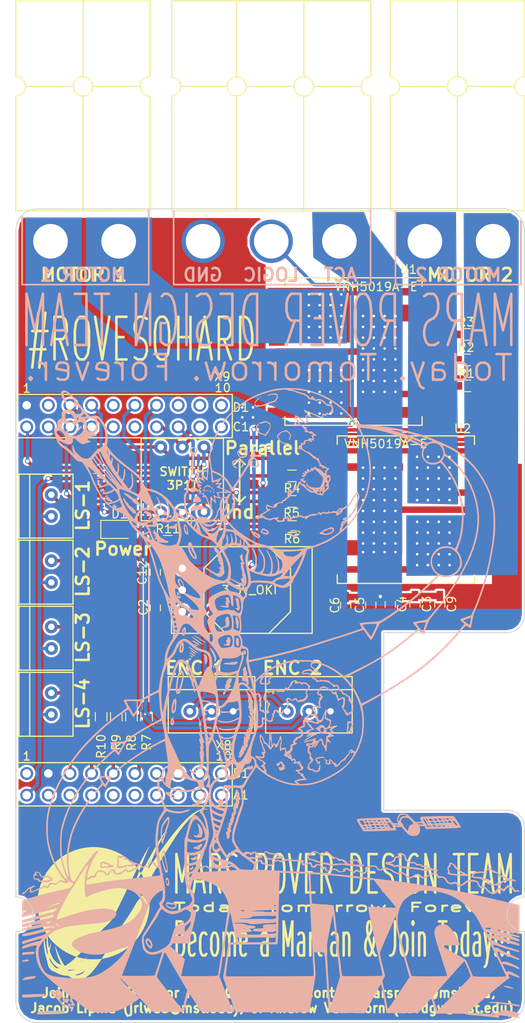
<source format=kicad_pcb>
(kicad_pcb (version 4) (host pcbnew 4.0.7)
  (layers (0 F.Cu signal) (31 B.Cu signal) (34 B.Paste user) (35 F.Paste user) (36 B.SilkS user) (37 F.SilkS user) (38 B.Mask user) (39 F.Mask user) (44 Edge.Cuts user))
  (net 0 "")
  (net 1 GND)
  (net 2 +3V3)
  (net 3 +12V)
  (net 4 "Net-(R1-Pad1)")
  (net 5 IN_A1)
  (net 6 "Net-(R2-Pad1)")
  (net 7 PWM1)
  (net 8 "Net-(R3-Pad1)")
  (net 9 IN_B1)
  (net 10 "Net-(R4-Pad1)")
  (net 11 IN_A2)
  (net 12 "Net-(R5-Pad1)")
  (net 13 PWM2)
  (net 14 "Net-(R6-Pad1)")
  (net 15 IN_B2)
  (net 16 Encoder1_PWM)
  (net 17 Encoder2_PWM)
  (net 18 /Out_A1)
  (net 19 /Out_B1)
  (net 20 /Out_A2)
  (net 21 /Out_B2)
  (net 22 /12V_Logic)
  (net 23 LS_1)
  (net 24 LS_2)
  (net 25 LS_3)
  (net 26 LS_4)
  (net 27 "Net-(D1-Pad2)")
  (module MRDT_Drill_Holes:Via_.6m (layer F.Cu) (at 144.5768 163.0172)
    (fp_text reference REF** hide)
    (fp_text value Via_P1.27mm_5x5 hide)
    (pad 1 thru_hole circle (at 0 0) (size 0.6 0.6) (drill 0.3) (layers *.Cu) (net 1 GND))
  )
  (module MRDT_Drill_Holes:Via_.6m (layer F.Cu) (at 145.8468 161.8488)
    (fp_text reference REF** hide)
    (fp_text value Via_P1.27mm_5x5 hide)
    (pad 1 thru_hole circle (at 0 0) (size 0.6 0.6) (drill 0.3) (layers *.Cu) (net 1 GND))
  )
  (module MRDT_Drill_Holes:Via_.6m (layer F.Cu) (at 144.5768 161.8488)
    (fp_text reference REF** hide)
    (fp_text value Via_P1.27mm_5x5 hide)
    (pad 1 thru_hole circle (at 0 0) (size 0.6 0.6) (drill 0.3) (layers *.Cu) (net 1 GND))
  )
  (module MRDT_Drill_Holes:Via_.6m (layer F.Cu) (at 145.8468 163.0172)
    (fp_text reference REF** hide)
    (fp_text value Via_P1.27mm_5x5 hide)
    (pad 1 thru_hole circle (at 0 0) (size 0.6 0.6) (drill 0.3) (layers *.Cu) (net 1 GND))
  )
  (module MRDT_Shields:TM4C129E_Launchpad_X9 (layer F.Cu) (at 118.0084 208.5848)
    (fp_text reference U6 hide)
    (fp_text value TM4C129E_Launchpad_X9 hide)
    (fp_text user 1 (at 1.27 -48.9712 180) (layer F.SilkS))
    (fp_text user 10 (at 24.2824 -49.022 180) (layer F.SilkS))
    (fp_text user 1 (at 1.27 -5.842 180) (layer F.SilkS))
    (fp_text user 10 (at 24.384 -5.842 180) (layer F.SilkS))
    (fp_text user X9 (at 24.2316 -50.3428 180) (layer F.SilkS))
    (fp_text user X8 (at 24.384 -7.112 180) (layer F.SilkS))
    (fp_text user C1 (at 26.416 -44.45 180) (layer F.SilkS))
    (fp_text user D1 (at 26.416 -46.736 180) (layer F.SilkS))
    (fp_text user B1 (at 26.416 -3.81 180) (layer F.SilkS))
    (fp_text user A1 (at 26.416 -1.27 180) (layer F.SilkS))
    (pad +5V thru_hole circle (at 1.27 -3.81 180) (size 1.52 1.52) (drill 1) (layers *.Cu *.Mask F.Paste))
    (pad GND thru_hole circle (at 3.81 -3.81 180) (size 1.52 1.52) (drill 1) (layers *.Cu *.Mask F.Paste) (net 1 GND))
    (pad PE0 thru_hole circle (at 6.35 -3.81 180) (size 1.52 1.52) (drill 1) (layers *.Cu *.Mask F.Paste) (net 26 LS_4))
    (pad PE1 thru_hole circle (at 8.89 -3.81 180) (size 1.52 1.52) (drill 1) (layers *.Cu *.Mask F.Paste) (net 25 LS_3))
    (pad PE2 thru_hole circle (at 11.43 -3.81 180) (size 1.52 1.52) (drill 1) (layers *.Cu *.Mask F.Paste) (net 24 LS_2))
    (pad PE3 thru_hole circle (at 13.97 -3.81 180) (size 1.52 1.52) (drill 1) (layers *.Cu *.Mask F.Paste) (net 23 LS_1))
    (pad PD7 thru_hole circle (at 16.51 -3.81 180) (size 1.52 1.52) (drill 1) (layers *.Cu *.Mask F.Paste))
    (pad PA6 thru_hole circle (at 19.05 -3.81 180) (size 1.52 1.52) (drill 1) (layers *.Cu *.Mask F.Paste))
    (pad PM4 thru_hole circle (at 21.59 -3.81 180) (size 1.52 1.52) (drill 1) (layers *.Cu *.Mask F.Paste))
    (pad PM5 thru_hole circle (at 24.13 -3.81 180) (size 1.52 1.52) (drill 1) (layers *.Cu *.Mask F.Paste))
    (pad +3V3 thru_hole circle (at 1.27 -1.27 180) (size 1.52 1.52) (drill 1) (layers *.Cu *.Mask F.Paste) (net 2 +3V3))
    (pad PE4 thru_hole circle (at 3.81 -1.27 180) (size 1.52 1.52) (drill 1) (layers *.Cu *.Mask F.Paste))
    (pad PC4 thru_hole circle (at 6.35 -1.27 180) (size 1.52 1.52) (drill 1) (layers *.Cu *.Mask F.Paste))
    (pad PC5 thru_hole circle (at 8.89 -1.27 180) (size 1.52 1.52) (drill 1) (layers *.Cu *.Mask F.Paste))
    (pad PC6 thru_hole circle (at 11.43 -1.27 180) (size 1.52 1.52) (drill 1) (layers *.Cu *.Mask F.Paste))
    (pad PE5 thru_hole circle (at 13.97 -1.27 180) (size 1.52 1.52) (drill 1) (layers *.Cu *.Mask F.Paste))
    (pad PD3 thru_hole circle (at 16.51 -1.27 180) (size 1.52 1.52) (drill 1) (layers *.Cu *.Mask F.Paste))
    (pad PC7 thru_hole circle (at 19.05 -1.27 180) (size 1.52 1.52) (drill 1) (layers *.Cu *.Mask F.Paste))
    (pad PB2 thru_hole circle (at 21.59 -1.27 180) (size 1.52 1.52) (drill 1) (layers *.Cu *.Mask F.Paste))
    (pad PB3 thru_hole circle (at 24.13 -1.27 180) (size 1.52 1.52) (drill 1) (layers *.Cu *.Mask F.Paste))
    (pad PF1 thru_hole circle (at 1.27 -44.45 180) (size 1.52 1.52) (drill 1) (layers *.Cu *.Mask F.Paste) (net 7 PWM1))
    (pad PF2 thru_hole circle (at 3.81 -44.45 180) (size 1.52 1.52) (drill 1) (layers *.Cu *.Mask F.Paste) (net 13 PWM2))
    (pad PF3 thru_hole circle (at 6.35 -44.45 180) (size 1.52 1.52) (drill 1) (layers *.Cu *.Mask F.Paste))
    (pad PG0 thru_hole circle (at 8.89 -44.45 180) (size 1.52 1.52) (drill 1) (layers *.Cu *.Mask F.Paste))
    (pad PL4 thru_hole circle (at 11.43 -44.45 180) (size 1.52 1.52) (drill 1) (layers *.Cu *.Mask F.Paste))
    (pad PL5 thru_hole circle (at 13.97 -44.45 180) (size 1.52 1.52) (drill 1) (layers *.Cu *.Mask F.Paste))
    (pad PL0 thru_hole circle (at 16.51 -44.45 180) (size 1.52 1.52) (drill 1) (layers *.Cu *.Mask F.Paste) (net 5 IN_A1))
    (pad PL1 thru_hole circle (at 19.05 -44.45 180) (size 1.52 1.52) (drill 1) (layers *.Cu *.Mask F.Paste) (net 11 IN_A2))
    (pad PL2 thru_hole circle (at 21.59 -44.45 180) (size 1.52 1.52) (drill 1) (layers *.Cu *.Mask F.Paste))
    (pad PL3 thru_hole circle (at 24.13 -44.45 180) (size 1.52 1.52) (drill 1) (layers *.Cu *.Mask F.Paste))
    (pad GND thru_hole circle (at 1.27 -46.99 180) (size 1.52 1.52) (drill 1) (layers *.Cu *.Mask F.Paste) (net 1 GND))
    (pad PM3 thru_hole circle (at 3.81 -46.99 180) (size 1.52 1.52) (drill 1) (layers *.Cu *.Mask F.Paste))
    (pad PH2 thru_hole circle (at 6.35 -46.99 180) (size 1.52 1.52) (drill 1) (layers *.Cu *.Mask F.Paste) (net 9 IN_B1))
    (pad PH3 thru_hole circle (at 8.89 -46.99 180) (size 1.52 1.52) (drill 1) (layers *.Cu *.Mask F.Paste) (net 15 IN_B2))
    (pad Rese thru_hole circle (at 11.43 -46.99 180) (size 1.52 1.52) (drill 1) (layers *.Cu *.Mask F.Paste))
    (pad PD1 thru_hole circle (at 13.97 -46.99 180) (size 1.52 1.52) (drill 1) (layers *.Cu *.Mask F.Paste) (net 17 Encoder2_PWM))
    (pad PD0 thru_hole circle (at 16.51 -46.99 180) (size 1.52 1.52) (drill 1) (layers *.Cu *.Mask F.Paste) (net 16 Encoder1_PWM))
    (pad PN2 thru_hole circle (at 19.05 -46.99 180) (size 1.52 1.52) (drill 1) (layers *.Cu *.Mask F.Paste))
    (pad PN3 thru_hole circle (at 21.59 -46.99 180) (size 1.52 1.52) (drill 1) (layers *.Cu *.Mask F.Paste))
    (pad PP2 thru_hole circle (at 24.13 -46.99 180) (size 1.52 1.52) (drill 1) (layers *.Cu *.Mask F.Paste))
  )
  (module MRDT_Connectors:MOLEX_SL_3_Vertical (layer F.Cu) (at 147.32 194.945)
    (fp_text reference U8 hide)
    (fp_text value Picoblade-3)
    (pad 1 thru_hole circle (at 2.54 2.54) (size 1.524 1.524) (drill 0.762) (layers *.Cu *.Mask) (net 2 +3V3))
    (pad 2 thru_hole circle (at 5.08 2.54) (size 1.524 1.524) (drill 0.762) (layers *.Cu *.Mask) (net 17 Encoder2_PWM))
    (pad 3 thru_hole circle (at 7.62 2.54) (size 1.524 1.524) (drill 0.762) (layers *.Cu *.Mask) (net 1 GND))
  )
  (module MRDT_Devices:OKI_Horisontal (layer F.Cu) (at 136.271 188.341 90)
    (fp_text reference U3 hide)
    (fp_text value 3.3V_OKI (at 5.08 9.144 180) (layer F.SilkS))
    (pad 1 thru_hole circle (at 2.54 1.27 90) (size 1.524 1.524) (drill 0.889) (layers *.Cu *.Mask) (net 22 /12V_Logic))
    (pad 2 thru_hole circle (at 5.08 1.27 90) (size 1.524 1.524) (drill 0.889) (layers *.Cu *.Mask) (net 1 GND))
    (pad 3 thru_hole circle (at 7.62 1.27 90) (size 1.524 1.524) (drill 0.889) (layers *.Cu *.Mask) (net 2 +3V3))
  )
  (module MRDT_Connectors:MOLEX_SL_2_Vertical (layer F.Cu) (at 122.174 181.102 90)
    (fp_text reference U5 hide)
    (fp_text value LS_2)
    (pad 1 thru_hole circle (at -1.27 0 90) (size 1.524 1.524) (drill 0.762) (layers *.Cu *.Mask) (net 2 +3V3))
    (pad 2 thru_hole circle (at 1.27 0 90) (size 1.524 1.524) (drill 0.762) (layers *.Cu *.Mask) (net 24 LS_2))
  )
  (module Capacitors_SMD:C_0603_HandSoldering (layer F.Cu) (at 161.9504 184.9628 270)
    (fp_text reference C4 (at -0.0508 -1.3716 270) (layer F.SilkS))
    (fp_text value .1u)
    (pad 1 smd rect (at -0.95 0 270) (size 1.2 0.75) (layers F.Cu F.Paste F.Mask) (net 3 +12V))
    (pad 2 smd rect (at 0.95 0 270) (size 1.2 0.75) (layers F.Cu F.Paste F.Mask) (net 1 GND))
  )
  (module MRDT_Drill_Holes:Via_.6m (layer F.Cu) (at 162.56 178.816)
    (fp_text reference REF** hide)
    (fp_text value Via_P1.27mm_5x5 hide)
    (pad 1 thru_hole circle (at 0 0) (size 0.6 0.6) (drill 0.3) (layers *.Cu) (net 3 +12V))
  )
  (module MRDT_Drill_Holes:Via_.6m (layer F.Cu) (at 161.29 178.816)
    (fp_text reference REF** hide)
    (fp_text value Via_P1.27mm_5x5 hide)
    (pad 1 thru_hole circle (at 0 0) (size 0.6 0.6) (drill 0.3) (layers *.Cu) (net 3 +12V))
  )
  (module MRDT_Drill_Holes:Via_.6m (layer F.Cu) (at 160.02 178.816)
    (fp_text reference REF** hide)
    (fp_text value Via_P1.27mm_5x5 hide)
    (pad 1 thru_hole circle (at 0 0) (size 0.6 0.6) (drill 0.3) (layers *.Cu) (net 3 +12V))
  )
  (module MRDT_Drill_Holes:Via_.6m (layer F.Cu) (at 158.75 178.816)
    (fp_text reference REF** hide)
    (fp_text value Via_P1.27mm_5x5 hide)
    (pad 1 thru_hole circle (at 0 0) (size 0.6 0.6) (drill 0.3) (layers *.Cu) (net 3 +12V))
  )
  (module MRDT_Drill_Holes:Via_.6m (layer F.Cu) (at 158.75 176.53)
    (fp_text reference REF** hide)
    (fp_text value Via_P1.27mm_5x5 hide)
    (pad 1 thru_hole circle (at 0 0) (size 0.6 0.6) (drill 0.3) (layers *.Cu) (net 3 +12V))
  )
  (module MRDT_ICs:MultiPowerSO_30 (layer F.Cu) (at 157.6324 155.2956 180)
    (fp_text reference U1 (at -6.4516 9.6266 180) (layer F.SilkS))
    (fp_text value VNH5019A-E (at -3.7846 -10.8204 180) (layer F.SilkS))
    (pad 1 smd rect (at -9.0043 -6.999999 180) (size 1.8542 0.635) (layers F.Cu F.Paste F.Mask) (net 18 /Out_A1))
    (pad 2 smd rect (at -9.0043 -6.000001 180) (size 1.8542 0.635) (layers F.Cu F.Paste F.Mask))
    (pad 3 smd rect (at -9.0043 -5 180) (size 1.8542 0.635) (layers F.Cu F.Paste F.Mask) (net 3 +12V))
    (pad 4 smd rect (at -9.0043 -4 180) (size 1.8542 0.635) (layers F.Cu F.Paste F.Mask) (net 4 "Net-(R1-Pad1)"))
    (pad 5 smd rect (at -9.0043 -2.999999 180) (size 1.8542 0.635) (layers F.Cu F.Paste F.Mask) (net 2 +3V3))
    (pad 6 smd rect (at -9.0043 -2.000001 180) (size 1.8542 0.635) (layers F.Cu F.Paste F.Mask) (net 2 +3V3))
    (pad 7 smd rect (at -9.0043 -1.000001 180) (size 1.8542 0.635) (layers F.Cu F.Paste F.Mask) (net 6 "Net-(R2-Pad1)"))
    (pad 8 smd rect (at -9.0043 0 180) (size 1.8542 0.635) (layers F.Cu F.Paste F.Mask))
    (pad 9 smd rect (at -9.0043 1.000001 180) (size 1.8542 0.635) (layers F.Cu F.Paste F.Mask) (net 2 +3V3))
    (pad 10 smd rect (at -9.0043 2.000001 180) (size 1.8542 0.635) (layers F.Cu F.Paste F.Mask) (net 8 "Net-(R3-Pad1)"))
    (pad 11 smd rect (at -9.0043 2.999999 180) (size 1.8542 0.635) (layers F.Cu F.Paste F.Mask))
    (pad 12 smd rect (at -9.0043 4 180) (size 1.8542 0.635) (layers F.Cu F.Paste F.Mask) (net 3 +12V))
    (pad 13 smd rect (at -9.0043 5 180) (size 1.8542 0.635) (layers F.Cu F.Paste F.Mask) (net 3 +12V))
    (pad 14 smd rect (at -9.0043 6.000001 180) (size 1.8542 0.635) (layers F.Cu F.Paste F.Mask))
    (pad 15 smd rect (at -9.0043 7.000001 180) (size 1.8542 0.635) (layers F.Cu F.Paste F.Mask) (net 19 /Out_B1))
    (pad 16 smd rect (at 9.0043 6.999999 180) (size 1.8542 0.635) (layers F.Cu F.Paste F.Mask) (net 19 /Out_B1))
    (pad 17 smd rect (at 9.0043 6.000001 180) (size 1.8542 0.635) (layers F.Cu F.Paste F.Mask))
    (pad 18 smd rect (at 9.0043 5 180) (size 1.8542 0.635) (layers F.Cu F.Paste F.Mask) (net 1 GND))
    (pad 19 smd rect (at 9.0043 4 180) (size 1.8542 0.635) (layers F.Cu F.Paste F.Mask) (net 1 GND))
    (pad 20 smd rect (at 9.0043 2.999999 180) (size 1.8542 0.635) (layers F.Cu F.Paste F.Mask) (net 1 GND))
    (pad 21 smd rect (at 9.0043 2.000001 180) (size 1.8542 0.635) (layers F.Cu F.Paste F.Mask) (net 19 /Out_B1))
    (pad 22 smd rect (at 9.0043 1.000001 180) (size 1.8542 0.635) (layers F.Cu F.Paste F.Mask))
    (pad 23 smd rect (at 9.0043 0 180) (size 1.8542 0.635) (layers F.Cu F.Paste F.Mask) (net 3 +12V))
    (pad 24 smd rect (at 9.0043 -1.000001 180) (size 1.8542 0.635) (layers F.Cu F.Paste F.Mask))
    (pad 25 smd rect (at 9.0043 -2.000001 180) (size 1.8542 0.635) (layers F.Cu F.Paste F.Mask) (net 18 /Out_A1))
    (pad 26 smd rect (at 9.0043 -2.999999 180) (size 1.8542 0.635) (layers F.Cu F.Paste F.Mask) (net 1 GND))
    (pad 27 smd rect (at 9.0043 -4 180) (size 1.8542 0.635) (layers F.Cu F.Paste F.Mask) (net 1 GND))
    (pad 28 smd rect (at 9.0043 -5 180) (size 1.8542 0.635) (layers F.Cu F.Paste F.Mask) (net 1 GND))
    (pad 29 smd rect (at 9.0043 -6.000001 180) (size 1.8542 0.635) (layers F.Cu F.Paste F.Mask))
    (pad 30 smd rect (at 9.0043 -7.000001 180) (size 1.8542 0.635) (layers F.Cu F.Paste F.Mask) (net 18 /Out_A1))
    (pad 31 smd rect (at 3.048 -4.1656 180) (size 5.2578 6.223) (layers F.Cu F.Paste F.Mask) (net 18 /Out_A1))
    (pad 32 smd rect (at -3.048 0 180) (size 5.2578 10.3124) (layers F.Cu F.Paste F.Mask) (net 3 +12V))
    (pad 33 smd rect (at 3.048 4.1656 180) (size 5.2578 6.223) (layers F.Cu F.Paste F.Mask) (net 19 /Out_B1))
  )
  (module MRDT_Drill_Holes:Via_.6m (layer F.Cu) (at 168.91 180.34)
    (fp_text reference REF** hide)
    (fp_text value Via_P1.27mm_5x5 hide)
    (pad 1 thru_hole circle (at 0 0) (size 0.6 0.6) (drill 0.3) (layers *.Cu) (net 21 /Out_B2))
  )
  (module MRDT_Drill_Holes:Via_.6m (layer F.Cu) (at 167.64 180.34)
    (fp_text reference REF** hide)
    (fp_text value Via_P1.27mm_5x5 hide)
    (pad 1 thru_hole circle (at 0 0) (size 0.6 0.6) (drill 0.3) (layers *.Cu) (net 21 /Out_B2))
  )
  (module MRDT_Drill_Holes:Via_.6m (layer F.Cu) (at 166.37 180.34)
    (fp_text reference REF** hide)
    (fp_text value Via_P1.27mm_5x5 hide)
    (pad 1 thru_hole circle (at 0 0) (size 0.6 0.6) (drill 0.3) (layers *.Cu) (net 21 /Out_B2))
  )
  (module MRDT_Drill_Holes:Via_.6m (layer F.Cu) (at 165.1 180.34)
    (fp_text reference REF** hide)
    (fp_text value Via_P1.27mm_5x5 hide)
    (pad 1 thru_hole circle (at 0 0) (size 0.6 0.6) (drill 0.3) (layers *.Cu) (net 21 /Out_B2))
  )
  (module MRDT_Drill_Holes:Via_.6m (layer F.Cu) (at 168.91 179.07)
    (fp_text reference REF** hide)
    (fp_text value Via_P1.27mm_5x5 hide)
    (pad 1 thru_hole circle (at 0 0) (size 0.6 0.6) (drill 0.3) (layers *.Cu) (net 21 /Out_B2))
  )
  (module MRDT_Drill_Holes:Via_.6m (layer F.Cu) (at 167.64 179.07)
    (fp_text reference REF** hide)
    (fp_text value Via_P1.27mm_5x5 hide)
    (pad 1 thru_hole circle (at 0 0) (size 0.6 0.6) (drill 0.3) (layers *.Cu) (net 21 /Out_B2))
  )
  (module MRDT_Drill_Holes:Via_.6m (layer F.Cu) (at 166.37 179.07)
    (fp_text reference REF** hide)
    (fp_text value Via_P1.27mm_5x5 hide)
    (pad 1 thru_hole circle (at 0 0) (size 0.6 0.6) (drill 0.3) (layers *.Cu) (net 21 /Out_B2))
  )
  (module MRDT_Drill_Holes:Via_.6m (layer F.Cu) (at 165.1 179.07)
    (fp_text reference REF** hide)
    (fp_text value Via_P1.27mm_5x5 hide)
    (pad 1 thru_hole circle (at 0 0) (size 0.6 0.6) (drill 0.3) (layers *.Cu) (net 21 /Out_B2))
  )
  (module MRDT_Drill_Holes:Via_.6m (layer F.Cu) (at 168.91 177.8)
    (fp_text reference REF** hide)
    (fp_text value Via_P1.27mm_5x5 hide)
    (pad 1 thru_hole circle (at 0 0) (size 0.6 0.6) (drill 0.3) (layers *.Cu) (net 21 /Out_B2))
  )
  (module MRDT_Drill_Holes:Via_.6m (layer F.Cu) (at 167.64 177.8)
    (fp_text reference REF** hide)
    (fp_text value Via_P1.27mm_5x5 hide)
    (pad 1 thru_hole circle (at 0 0) (size 0.6 0.6) (drill 0.3) (layers *.Cu) (net 21 /Out_B2))
  )
  (module MRDT_Drill_Holes:Via_.6m (layer F.Cu) (at 166.37 177.8)
    (fp_text reference REF** hide)
    (fp_text value Via_P1.27mm_5x5 hide)
    (pad 1 thru_hole circle (at 0 0) (size 0.6 0.6) (drill 0.3) (layers *.Cu) (net 21 /Out_B2))
  )
  (module MRDT_Drill_Holes:Via_.6m (layer F.Cu) (at 165.1 177.8)
    (fp_text reference REF** hide)
    (fp_text value Via_P1.27mm_5x5 hide)
    (pad 1 thru_hole circle (at 0 0) (size 0.6 0.6) (drill 0.3) (layers *.Cu) (net 21 /Out_B2))
  )
  (module MRDT_Drill_Holes:Via_.6m (layer F.Cu) (at 168.91 176.53)
    (fp_text reference REF** hide)
    (fp_text value Via_P1.27mm_5x5 hide)
    (pad 1 thru_hole circle (at 0 0) (size 0.6 0.6) (drill 0.3) (layers *.Cu) (net 21 /Out_B2))
  )
  (module MRDT_Drill_Holes:Via_.6m (layer F.Cu) (at 167.64 176.53)
    (fp_text reference REF** hide)
    (fp_text value Via_P1.27mm_5x5 hide)
    (pad 1 thru_hole circle (at 0 0) (size 0.6 0.6) (drill 0.3) (layers *.Cu) (net 21 /Out_B2))
  )
  (module MRDT_Drill_Holes:Via_.6m (layer F.Cu) (at 166.37 176.53)
    (fp_text reference REF** hide)
    (fp_text value Via_P1.27mm_5x5 hide)
    (pad 1 thru_hole circle (at 0 0) (size 0.6 0.6) (drill 0.3) (layers *.Cu) (net 21 /Out_B2))
  )
  (module MRDT_Drill_Holes:Via_.6m (layer F.Cu) (at 165.1 176.53)
    (fp_text reference REF** hide)
    (fp_text value Via_P1.27mm_5x5 hide)
    (pad 1 thru_hole circle (at 0 0) (size 0.6 0.6) (drill 0.3) (layers *.Cu) (net 21 /Out_B2))
  )
  (module MRDT_Drill_Holes:Via_.6m (layer F.Cu) (at 168.91 175.26)
    (fp_text reference REF** hide)
    (fp_text value Via_P1.27mm_5x5 hide)
    (pad 1 thru_hole circle (at 0 0) (size 0.6 0.6) (drill 0.3) (layers *.Cu) (net 21 /Out_B2))
  )
  (module MRDT_Drill_Holes:Via_.6m (layer F.Cu) (at 167.64 175.26)
    (fp_text reference REF** hide)
    (fp_text value Via_P1.27mm_5x5 hide)
    (pad 1 thru_hole circle (at 0 0) (size 0.6 0.6) (drill 0.3) (layers *.Cu) (net 21 /Out_B2))
  )
  (module MRDT_Drill_Holes:Via_.6m (layer F.Cu) (at 166.37 175.26)
    (fp_text reference REF** hide)
    (fp_text value Via_P1.27mm_5x5 hide)
    (pad 1 thru_hole circle (at 0 0) (size 0.6 0.6) (drill 0.3) (layers *.Cu) (net 21 /Out_B2))
  )
  (module MRDT_Drill_Holes:Via_.6m (layer F.Cu) (at 165.1 175.26)
    (fp_text reference REF** hide)
    (fp_text value Via_P1.27mm_5x5 hide)
    (pad 1 thru_hole circle (at 0 0) (size 0.6 0.6) (drill 0.3) (layers *.Cu) (net 21 /Out_B2))
  )
  (module MRDT_Drill_Holes:Via_.6m (layer F.Cu) (at 168.91 172.72)
    (fp_text reference REF** hide)
    (fp_text value Via_P1.27mm_5x5 hide)
    (pad 1 thru_hole circle (at 0 0) (size 0.6 0.6) (drill 0.3) (layers *.Cu) (net 20 /Out_A2))
  )
  (module MRDT_Drill_Holes:Via_.6m (layer F.Cu) (at 167.64 172.72)
    (fp_text reference REF** hide)
    (fp_text value Via_P1.27mm_5x5 hide)
    (pad 1 thru_hole circle (at 0 0) (size 0.6 0.6) (drill 0.3) (layers *.Cu) (net 20 /Out_A2))
  )
  (module MRDT_Drill_Holes:Via_.6m (layer F.Cu) (at 166.37 172.72)
    (fp_text reference REF** hide)
    (fp_text value Via_P1.27mm_5x5 hide)
    (pad 1 thru_hole circle (at 0 0) (size 0.6 0.6) (drill 0.3) (layers *.Cu) (net 20 /Out_A2))
  )
  (module MRDT_Drill_Holes:Via_.6m (layer F.Cu) (at 165.1 172.72)
    (fp_text reference REF** hide)
    (fp_text value Via_P1.27mm_5x5 hide)
    (pad 1 thru_hole circle (at 0 0) (size 0.6 0.6) (drill 0.3) (layers *.Cu) (net 20 /Out_A2))
  )
  (module MRDT_Drill_Holes:Via_.6m (layer F.Cu) (at 168.91 171.45)
    (fp_text reference REF** hide)
    (fp_text value Via_P1.27mm_5x5 hide)
    (pad 1 thru_hole circle (at 0 0) (size 0.6 0.6) (drill 0.3) (layers *.Cu) (net 20 /Out_A2))
  )
  (module MRDT_Drill_Holes:Via_.6m (layer F.Cu) (at 167.64 171.45)
    (fp_text reference REF** hide)
    (fp_text value Via_P1.27mm_5x5 hide)
    (pad 1 thru_hole circle (at 0 0) (size 0.6 0.6) (drill 0.3) (layers *.Cu) (net 20 /Out_A2))
  )
  (module MRDT_Drill_Holes:Via_.6m (layer F.Cu) (at 166.37 171.45)
    (fp_text reference REF** hide)
    (fp_text value Via_P1.27mm_5x5 hide)
    (pad 1 thru_hole circle (at 0 0) (size 0.6 0.6) (drill 0.3) (layers *.Cu) (net 20 /Out_A2))
  )
  (module MRDT_Drill_Holes:Via_.6m (layer F.Cu) (at 165.1 171.45)
    (fp_text reference REF** hide)
    (fp_text value Via_P1.27mm_5x5 hide)
    (pad 1 thru_hole circle (at 0 0) (size 0.6 0.6) (drill 0.3) (layers *.Cu) (net 20 /Out_A2))
  )
  (module MRDT_Drill_Holes:Via_.6m (layer F.Cu) (at 168.91 170.18)
    (fp_text reference REF** hide)
    (fp_text value Via_P1.27mm_5x5 hide)
    (pad 1 thru_hole circle (at 0 0) (size 0.6 0.6) (drill 0.3) (layers *.Cu) (net 20 /Out_A2))
  )
  (module MRDT_Drill_Holes:Via_.6m (layer F.Cu) (at 167.64 170.18)
    (fp_text reference REF** hide)
    (fp_text value Via_P1.27mm_5x5 hide)
    (pad 1 thru_hole circle (at 0 0) (size 0.6 0.6) (drill 0.3) (layers *.Cu) (net 20 /Out_A2))
  )
  (module MRDT_Drill_Holes:Via_.6m (layer F.Cu) (at 166.37 170.18)
    (fp_text reference REF** hide)
    (fp_text value Via_P1.27mm_5x5 hide)
    (pad 1 thru_hole circle (at 0 0) (size 0.6 0.6) (drill 0.3) (layers *.Cu) (net 20 /Out_A2))
  )
  (module MRDT_Drill_Holes:Via_.6m (layer F.Cu) (at 165.1 170.18)
    (fp_text reference REF** hide)
    (fp_text value Via_P1.27mm_5x5 hide)
    (pad 1 thru_hole circle (at 0 0) (size 0.6 0.6) (drill 0.3) (layers *.Cu) (net 20 /Out_A2))
  )
  (module MRDT_Drill_Holes:Via_.6m (layer F.Cu) (at 168.91 168.91)
    (fp_text reference REF** hide)
    (fp_text value Via_P1.27mm_5x5 hide)
    (pad 1 thru_hole circle (at 0 0) (size 0.6 0.6) (drill 0.3) (layers *.Cu) (net 20 /Out_A2))
  )
  (module MRDT_Drill_Holes:Via_.6m (layer F.Cu) (at 167.64 168.91)
    (fp_text reference REF** hide)
    (fp_text value Via_P1.27mm_5x5 hide)
    (pad 1 thru_hole circle (at 0 0) (size 0.6 0.6) (drill 0.3) (layers *.Cu) (net 20 /Out_A2))
  )
  (module MRDT_Drill_Holes:Via_.6m (layer F.Cu) (at 166.37 168.91)
    (fp_text reference REF** hide)
    (fp_text value Via_P1.27mm_5x5 hide)
    (pad 1 thru_hole circle (at 0 0) (size 0.6 0.6) (drill 0.3) (layers *.Cu) (net 20 /Out_A2))
  )
  (module MRDT_Drill_Holes:Via_.6m (layer F.Cu) (at 165.1 168.91)
    (fp_text reference REF** hide)
    (fp_text value Via_P1.27mm_5x5 hide)
    (pad 1 thru_hole circle (at 0 0) (size 0.6 0.6) (drill 0.3) (layers *.Cu) (net 20 /Out_A2))
  )
  (module MRDT_Drill_Holes:Via_.6m (layer F.Cu) (at 168.91 167.64)
    (fp_text reference REF** hide)
    (fp_text value Via_P1.27mm_5x5 hide)
    (pad 1 thru_hole circle (at 0 0) (size 0.6 0.6) (drill 0.3) (layers *.Cu) (net 20 /Out_A2))
  )
  (module MRDT_Drill_Holes:Via_.6m (layer F.Cu) (at 167.64 167.64)
    (fp_text reference REF** hide)
    (fp_text value Via_P1.27mm_5x5 hide)
    (pad 1 thru_hole circle (at 0 0) (size 0.6 0.6) (drill 0.3) (layers *.Cu) (net 20 /Out_A2))
  )
  (module MRDT_Drill_Holes:Via_.6m (layer F.Cu) (at 166.37 167.64)
    (fp_text reference REF** hide)
    (fp_text value Via_P1.27mm_5x5 hide)
    (pad 1 thru_hole circle (at 0 0) (size 0.6 0.6) (drill 0.3) (layers *.Cu) (net 20 /Out_A2))
  )
  (module MRDT_Drill_Holes:Via_.6m (layer F.Cu) (at 165.1 167.64)
    (fp_text reference REF** hide)
    (fp_text value Via_P1.27mm_5x5 hide)
    (pad 1 thru_hole circle (at 0 0) (size 0.6 0.6) (drill 0.3) (layers *.Cu) (net 20 /Out_A2))
  )
  (module MRDT_Drill_Holes:Via_.6m (layer F.Cu) (at 156.21 162.56)
    (fp_text reference REF** hide)
    (fp_text value Via_P1.27mm_5x5 hide)
    (pad 1 thru_hole circle (at 0 0) (size 0.6 0.6) (drill 0.3) (layers *.Cu) (net 18 /Out_A1))
  )
  (module MRDT_Drill_Holes:Via_.6m (layer F.Cu) (at 154.94 162.56)
    (fp_text reference REF** hide)
    (fp_text value Via_P1.27mm_5x5 hide)
    (pad 1 thru_hole circle (at 0 0) (size 0.6 0.6) (drill 0.3) (layers *.Cu) (net 18 /Out_A1))
  )
  (module MRDT_Drill_Holes:Via_.6m (layer F.Cu) (at 153.67 162.56)
    (fp_text reference REF** hide)
    (fp_text value Via_P1.27mm_5x5 hide)
    (pad 1 thru_hole circle (at 0 0) (size 0.6 0.6) (drill 0.3) (layers *.Cu) (net 18 /Out_A1))
  )
  (module MRDT_Drill_Holes:Via_.6m (layer F.Cu) (at 152.4 162.56)
    (fp_text reference REF** hide)
    (fp_text value Via_P1.27mm_5x5 hide)
    (pad 1 thru_hole circle (at 0 0) (size 0.6 0.6) (drill 0.3) (layers *.Cu) (net 18 /Out_A1))
  )
  (module MRDT_Drill_Holes:Via_.6m (layer F.Cu) (at 156.21 161.29)
    (fp_text reference REF** hide)
    (fp_text value Via_P1.27mm_5x5 hide)
    (pad 1 thru_hole circle (at 0 0) (size 0.6 0.6) (drill 0.3) (layers *.Cu) (net 18 /Out_A1))
  )
  (module MRDT_Drill_Holes:Via_.6m (layer F.Cu) (at 154.94 161.29)
    (fp_text reference REF** hide)
    (fp_text value Via_P1.27mm_5x5 hide)
    (pad 1 thru_hole circle (at 0 0) (size 0.6 0.6) (drill 0.3) (layers *.Cu) (net 18 /Out_A1))
  )
  (module MRDT_Drill_Holes:Via_.6m (layer F.Cu) (at 153.67 161.29)
    (fp_text reference REF** hide)
    (fp_text value Via_P1.27mm_5x5 hide)
    (pad 1 thru_hole circle (at 0 0) (size 0.6 0.6) (drill 0.3) (layers *.Cu) (net 18 /Out_A1))
  )
  (module MRDT_Drill_Holes:Via_.6m (layer F.Cu) (at 152.4 161.29)
    (fp_text reference REF** hide)
    (fp_text value Via_P1.27mm_5x5 hide)
    (pad 1 thru_hole circle (at 0 0) (size 0.6 0.6) (drill 0.3) (layers *.Cu) (net 18 /Out_A1))
  )
  (module MRDT_Drill_Holes:Via_.6m (layer F.Cu) (at 156.21 160.02)
    (fp_text reference REF** hide)
    (fp_text value Via_P1.27mm_5x5 hide)
    (pad 1 thru_hole circle (at 0 0) (size 0.6 0.6) (drill 0.3) (layers *.Cu) (net 18 /Out_A1))
  )
  (module MRDT_Drill_Holes:Via_.6m (layer F.Cu) (at 154.94 160.02)
    (fp_text reference REF** hide)
    (fp_text value Via_P1.27mm_5x5 hide)
    (pad 1 thru_hole circle (at 0 0) (size 0.6 0.6) (drill 0.3) (layers *.Cu) (net 18 /Out_A1))
  )
  (module MRDT_Drill_Holes:Via_.6m (layer F.Cu) (at 153.67 160.02)
    (fp_text reference REF** hide)
    (fp_text value Via_P1.27mm_5x5 hide)
    (pad 1 thru_hole circle (at 0 0) (size 0.6 0.6) (drill 0.3) (layers *.Cu) (net 18 /Out_A1))
  )
  (module MRDT_Drill_Holes:Via_.6m (layer F.Cu) (at 152.4 160.02)
    (fp_text reference REF** hide)
    (fp_text value Via_P1.27mm_5x5 hide)
    (pad 1 thru_hole circle (at 0 0) (size 0.6 0.6) (drill 0.3) (layers *.Cu) (net 18 /Out_A1))
  )
  (module MRDT_Drill_Holes:Via_.6m (layer F.Cu) (at 156.21 158.75)
    (fp_text reference REF** hide)
    (fp_text value Via_P1.27mm_5x5 hide)
    (pad 1 thru_hole circle (at 0 0) (size 0.6 0.6) (drill 0.3) (layers *.Cu) (net 18 /Out_A1))
  )
  (module MRDT_Drill_Holes:Via_.6m (layer F.Cu) (at 154.94 158.75)
    (fp_text reference REF** hide)
    (fp_text value Via_P1.27mm_5x5 hide)
    (pad 1 thru_hole circle (at 0 0) (size 0.6 0.6) (drill 0.3) (layers *.Cu) (net 18 /Out_A1))
  )
  (module MRDT_Drill_Holes:Via_.6m (layer F.Cu) (at 153.67 158.75)
    (fp_text reference REF** hide)
    (fp_text value Via_P1.27mm_5x5 hide)
    (pad 1 thru_hole circle (at 0 0) (size 0.6 0.6) (drill 0.3) (layers *.Cu) (net 18 /Out_A1))
  )
  (module MRDT_Drill_Holes:Via_.6m (layer F.Cu) (at 152.4 158.75)
    (fp_text reference REF** hide)
    (fp_text value Via_P1.27mm_5x5 hide)
    (pad 1 thru_hole circle (at 0 0) (size 0.6 0.6) (drill 0.3) (layers *.Cu) (net 18 /Out_A1))
  )
  (module MRDT_Drill_Holes:Via_.6m (layer F.Cu) (at 156.21 157.48)
    (fp_text reference REF** hide)
    (fp_text value Via_P1.27mm_5x5 hide)
    (pad 1 thru_hole circle (at 0 0) (size 0.6 0.6) (drill 0.3) (layers *.Cu) (net 18 /Out_A1))
  )
  (module MRDT_Drill_Holes:Via_.6m (layer F.Cu) (at 154.94 157.48)
    (fp_text reference REF** hide)
    (fp_text value Via_P1.27mm_5x5 hide)
    (pad 1 thru_hole circle (at 0 0) (size 0.6 0.6) (drill 0.3) (layers *.Cu) (net 18 /Out_A1))
  )
  (module MRDT_Drill_Holes:Via_.6m (layer F.Cu) (at 153.67 157.48)
    (fp_text reference REF** hide)
    (fp_text value Via_P1.27mm_5x5 hide)
    (pad 1 thru_hole circle (at 0 0) (size 0.6 0.6) (drill 0.3) (layers *.Cu) (net 18 /Out_A1))
  )
  (module MRDT_Drill_Holes:Via_.6m (layer F.Cu) (at 152.4 157.48)
    (fp_text reference REF** hide)
    (fp_text value Via_P1.27mm_5x5 hide)
    (pad 1 thru_hole circle (at 0 0) (size 0.6 0.6) (drill 0.3) (layers *.Cu) (net 18 /Out_A1))
  )
  (module MRDT_Drill_Holes:Via_.6m (layer F.Cu) (at 156.21 153.67)
    (fp_text reference REF** hide)
    (fp_text value Via_P1.27mm_5x5 hide)
    (pad 1 thru_hole circle (at 0 0) (size 0.6 0.6) (drill 0.3) (layers *.Cu) (net 19 /Out_B1))
  )
  (module MRDT_Drill_Holes:Via_.6m (layer F.Cu) (at 154.94 153.67)
    (fp_text reference REF** hide)
    (fp_text value Via_P1.27mm_5x5 hide)
    (pad 1 thru_hole circle (at 0 0) (size 0.6 0.6) (drill 0.3) (layers *.Cu) (net 19 /Out_B1))
  )
  (module MRDT_Drill_Holes:Via_.6m (layer F.Cu) (at 153.67 153.67)
    (fp_text reference REF** hide)
    (fp_text value Via_P1.27mm_5x5 hide)
    (pad 1 thru_hole circle (at 0 0) (size 0.6 0.6) (drill 0.3) (layers *.Cu) (net 19 /Out_B1))
  )
  (module MRDT_Drill_Holes:Via_.6m (layer F.Cu) (at 152.4 153.67)
    (fp_text reference REF** hide)
    (fp_text value Via_P1.27mm_5x5 hide)
    (pad 1 thru_hole circle (at 0 0) (size 0.6 0.6) (drill 0.3) (layers *.Cu) (net 19 /Out_B1))
  )
  (module MRDT_Drill_Holes:Via_.6m (layer F.Cu) (at 156.21 152.4)
    (fp_text reference REF** hide)
    (fp_text value Via_P1.27mm_5x5 hide)
    (pad 1 thru_hole circle (at 0 0) (size 0.6 0.6) (drill 0.3) (layers *.Cu) (net 19 /Out_B1))
  )
  (module MRDT_Drill_Holes:Via_.6m (layer F.Cu) (at 154.94 152.4)
    (fp_text reference REF** hide)
    (fp_text value Via_P1.27mm_5x5 hide)
    (pad 1 thru_hole circle (at 0 0) (size 0.6 0.6) (drill 0.3) (layers *.Cu) (net 19 /Out_B1))
  )
  (module MRDT_Drill_Holes:Via_.6m (layer F.Cu) (at 153.67 152.4)
    (fp_text reference REF** hide)
    (fp_text value Via_P1.27mm_5x5 hide)
    (pad 1 thru_hole circle (at 0 0) (size 0.6 0.6) (drill 0.3) (layers *.Cu) (net 19 /Out_B1))
  )
  (module MRDT_Drill_Holes:Via_.6m (layer F.Cu) (at 152.4 152.4)
    (fp_text reference REF** hide)
    (fp_text value Via_P1.27mm_5x5 hide)
    (pad 1 thru_hole circle (at 0 0) (size 0.6 0.6) (drill 0.3) (layers *.Cu) (net 19 /Out_B1))
  )
  (module MRDT_Drill_Holes:Via_.6m (layer F.Cu) (at 156.21 151.13)
    (fp_text reference REF** hide)
    (fp_text value Via_P1.27mm_5x5 hide)
    (pad 1 thru_hole circle (at 0 0) (size 0.6 0.6) (drill 0.3) (layers *.Cu) (net 19 /Out_B1))
  )
  (module MRDT_Drill_Holes:Via_.6m (layer F.Cu) (at 154.94 151.13)
    (fp_text reference REF** hide)
    (fp_text value Via_P1.27mm_5x5 hide)
    (pad 1 thru_hole circle (at 0 0) (size 0.6 0.6) (drill 0.3) (layers *.Cu) (net 19 /Out_B1))
  )
  (module MRDT_Drill_Holes:Via_.6m (layer F.Cu) (at 153.67 151.13)
    (fp_text reference REF** hide)
    (fp_text value Via_P1.27mm_5x5 hide)
    (pad 1 thru_hole circle (at 0 0) (size 0.6 0.6) (drill 0.3) (layers *.Cu) (net 19 /Out_B1))
  )
  (module MRDT_Drill_Holes:Via_.6m (layer F.Cu) (at 152.4 151.13)
    (fp_text reference REF** hide)
    (fp_text value Via_P1.27mm_5x5 hide)
    (pad 1 thru_hole circle (at 0 0) (size 0.6 0.6) (drill 0.3) (layers *.Cu) (net 19 /Out_B1))
  )
  (module MRDT_Drill_Holes:Via_.6m (layer F.Cu) (at 156.21 149.86)
    (fp_text reference REF** hide)
    (fp_text value Via_P1.27mm_5x5 hide)
    (pad 1 thru_hole circle (at 0 0) (size 0.6 0.6) (drill 0.3) (layers *.Cu) (net 19 /Out_B1))
  )
  (module MRDT_Drill_Holes:Via_.6m (layer F.Cu) (at 154.94 149.86)
    (fp_text reference REF** hide)
    (fp_text value Via_P1.27mm_5x5 hide)
    (pad 1 thru_hole circle (at 0 0) (size 0.6 0.6) (drill 0.3) (layers *.Cu) (net 19 /Out_B1))
  )
  (module MRDT_Drill_Holes:Via_.6m (layer F.Cu) (at 153.67 149.86)
    (fp_text reference REF** hide)
    (fp_text value Via_P1.27mm_5x5 hide)
    (pad 1 thru_hole circle (at 0 0) (size 0.6 0.6) (drill 0.3) (layers *.Cu) (net 19 /Out_B1))
  )
  (module MRDT_Drill_Holes:Via_.6m (layer F.Cu) (at 152.4 149.86)
    (fp_text reference REF** hide)
    (fp_text value Via_P1.27mm_5x5 hide)
    (pad 1 thru_hole circle (at 0 0) (size 0.6 0.6) (drill 0.3) (layers *.Cu) (net 19 /Out_B1))
  )
  (module MRDT_Drill_Holes:Via_.6m (layer F.Cu) (at 156.21 148.59)
    (fp_text reference REF** hide)
    (fp_text value Via_P1.27mm_5x5 hide)
    (pad 1 thru_hole circle (at 0 0) (size 0.6 0.6) (drill 0.3) (layers *.Cu) (net 19 /Out_B1))
  )
  (module MRDT_Drill_Holes:Via_.6m (layer F.Cu) (at 154.94 148.59)
    (fp_text reference REF** hide)
    (fp_text value Via_P1.27mm_5x5 hide)
    (pad 1 thru_hole circle (at 0 0) (size 0.6 0.6) (drill 0.3) (layers *.Cu) (net 19 /Out_B1))
  )
  (module MRDT_Drill_Holes:Via_.6m (layer F.Cu) (at 153.67 148.59)
    (fp_text reference REF** hide)
    (fp_text value Via_P1.27mm_5x5 hide)
    (pad 1 thru_hole circle (at 0 0) (size 0.6 0.6) (drill 0.3) (layers *.Cu) (net 19 /Out_B1))
  )
  (module MRDT_Drill_Holes:Via_.6m (layer F.Cu) (at 152.4 148.59)
    (fp_text reference REF** hide)
    (fp_text value Via_P1.27mm_5x5 hide)
    (pad 1 thru_hole circle (at 0 0) (size 0.6 0.6) (drill 0.3) (layers *.Cu) (net 19 /Out_B1))
  )
  (module MRDT_Drill_Holes:Via_.6m (layer F.Cu) (at 162.56 160.02)
    (fp_text reference REF** hide)
    (fp_text value Via_P1.27mm_5x5 hide)
    (pad 1 thru_hole circle (at 0 0) (size 0.6 0.6) (drill 0.3) (layers *.Cu) (net 3 +12V))
  )
  (module MRDT_Drill_Holes:Via_.6m (layer F.Cu) (at 161.29 160.02)
    (fp_text reference REF** hide)
    (fp_text value Via_P1.27mm_5x5 hide)
    (pad 1 thru_hole circle (at 0 0) (size 0.6 0.6) (drill 0.3) (layers *.Cu) (net 3 +12V))
  )
  (module MRDT_Drill_Holes:Via_.6m (layer F.Cu) (at 160.02 160.02)
    (fp_text reference REF** hide)
    (fp_text value Via_P1.27mm_5x5 hide)
    (pad 1 thru_hole circle (at 0 0) (size 0.6 0.6) (drill 0.3) (layers *.Cu) (net 3 +12V))
  )
  (module MRDT_Drill_Holes:Via_.6m (layer F.Cu) (at 158.75 160.02)
    (fp_text reference REF** hide)
    (fp_text value Via_P1.27mm_5x5 hide)
    (pad 1 thru_hole circle (at 0 0) (size 0.6 0.6) (drill 0.3) (layers *.Cu) (net 3 +12V))
  )
  (module MRDT_Drill_Holes:Via_.6m (layer F.Cu) (at 162.56 158.75)
    (fp_text reference REF** hide)
    (fp_text value Via_P1.27mm_5x5 hide)
    (pad 1 thru_hole circle (at 0 0) (size 0.6 0.6) (drill 0.3) (layers *.Cu) (net 3 +12V))
  )
  (module MRDT_Drill_Holes:Via_.6m (layer F.Cu) (at 161.29 158.75)
    (fp_text reference REF** hide)
    (fp_text value Via_P1.27mm_5x5 hide)
    (pad 1 thru_hole circle (at 0 0) (size 0.6 0.6) (drill 0.3) (layers *.Cu) (net 3 +12V))
  )
  (module MRDT_Drill_Holes:Via_.6m (layer F.Cu) (at 160.02 158.75)
    (fp_text reference REF** hide)
    (fp_text value Via_P1.27mm_5x5 hide)
    (pad 1 thru_hole circle (at 0 0) (size 0.6 0.6) (drill 0.3) (layers *.Cu) (net 3 +12V))
  )
  (module MRDT_Drill_Holes:Via_.6m (layer F.Cu) (at 158.75 158.75)
    (fp_text reference REF** hide)
    (fp_text value Via_P1.27mm_5x5 hide)
    (pad 1 thru_hole circle (at 0 0) (size 0.6 0.6) (drill 0.3) (layers *.Cu) (net 3 +12V))
  )
  (module MRDT_Drill_Holes:Via_.6m (layer F.Cu) (at 162.56 157.48)
    (fp_text reference REF** hide)
    (fp_text value Via_P1.27mm_5x5 hide)
    (pad 1 thru_hole circle (at 0 0) (size 0.6 0.6) (drill 0.3) (layers *.Cu) (net 3 +12V))
  )
  (module MRDT_Drill_Holes:Via_.6m (layer F.Cu) (at 161.29 157.48)
    (fp_text reference REF** hide)
    (fp_text value Via_P1.27mm_5x5 hide)
    (pad 1 thru_hole circle (at 0 0) (size 0.6 0.6) (drill 0.3) (layers *.Cu) (net 3 +12V))
  )
  (module MRDT_Drill_Holes:Via_.6m (layer F.Cu) (at 160.02 157.48)
    (fp_text reference REF** hide)
    (fp_text value Via_P1.27mm_5x5 hide)
    (pad 1 thru_hole circle (at 0 0) (size 0.6 0.6) (drill 0.3) (layers *.Cu) (net 3 +12V))
  )
  (module MRDT_Drill_Holes:Via_.6m (layer F.Cu) (at 158.75 157.48)
    (fp_text reference REF** hide)
    (fp_text value Via_P1.27mm_5x5 hide)
    (pad 1 thru_hole circle (at 0 0) (size 0.6 0.6) (drill 0.3) (layers *.Cu) (net 3 +12V))
  )
  (module MRDT_Drill_Holes:Via_.6m (layer F.Cu) (at 162.56 156.21)
    (fp_text reference REF** hide)
    (fp_text value Via_P1.27mm_5x5 hide)
    (pad 1 thru_hole circle (at 0 0) (size 0.6 0.6) (drill 0.3) (layers *.Cu) (net 3 +12V))
  )
  (module MRDT_Drill_Holes:Via_.6m (layer F.Cu) (at 161.29 156.21)
    (fp_text reference REF** hide)
    (fp_text value Via_P1.27mm_5x5 hide)
    (pad 1 thru_hole circle (at 0 0) (size 0.6 0.6) (drill 0.3) (layers *.Cu) (net 3 +12V))
  )
  (module MRDT_Drill_Holes:Via_.6m (layer F.Cu) (at 160.02 156.21)
    (fp_text reference REF** hide)
    (fp_text value Via_P1.27mm_5x5 hide)
    (pad 1 thru_hole circle (at 0 0) (size 0.6 0.6) (drill 0.3) (layers *.Cu) (net 3 +12V))
  )
  (module MRDT_Drill_Holes:Via_.6m (layer F.Cu) (at 158.75 156.21)
    (fp_text reference REF** hide)
    (fp_text value Via_P1.27mm_5x5 hide)
    (pad 1 thru_hole circle (at 0 0) (size 0.6 0.6) (drill 0.3) (layers *.Cu) (net 3 +12V))
  )
  (module MRDT_Drill_Holes:Via_.6m (layer F.Cu) (at 162.56 154.94)
    (fp_text reference REF** hide)
    (fp_text value Via_P1.27mm_5x5 hide)
    (pad 1 thru_hole circle (at 0 0) (size 0.6 0.6) (drill 0.3) (layers *.Cu) (net 3 +12V))
  )
  (module MRDT_Drill_Holes:Via_.6m (layer F.Cu) (at 161.29 154.94)
    (fp_text reference REF** hide)
    (fp_text value Via_P1.27mm_5x5 hide)
    (pad 1 thru_hole circle (at 0 0) (size 0.6 0.6) (drill 0.3) (layers *.Cu) (net 3 +12V))
  )
  (module MRDT_Drill_Holes:Via_.6m (layer F.Cu) (at 160.02 154.94)
    (fp_text reference REF** hide)
    (fp_text value Via_P1.27mm_5x5 hide)
    (pad 1 thru_hole circle (at 0 0) (size 0.6 0.6) (drill 0.3) (layers *.Cu) (net 3 +12V))
  )
  (module MRDT_Drill_Holes:Via_.6m (layer F.Cu) (at 158.75 154.94)
    (fp_text reference REF** hide)
    (fp_text value Via_P1.27mm_5x5 hide)
    (pad 1 thru_hole circle (at 0 0) (size 0.6 0.6) (drill 0.3) (layers *.Cu) (net 3 +12V))
  )
  (module MRDT_Drill_Holes:Via_.6m (layer F.Cu) (at 162.56 153.67)
    (fp_text reference REF** hide)
    (fp_text value Via_P1.27mm_5x5 hide)
    (pad 1 thru_hole circle (at 0 0) (size 0.6 0.6) (drill 0.3) (layers *.Cu) (net 3 +12V))
  )
  (module MRDT_Drill_Holes:Via_.6m (layer F.Cu) (at 161.29 153.67)
    (fp_text reference REF** hide)
    (fp_text value Via_P1.27mm_5x5 hide)
    (pad 1 thru_hole circle (at 0 0) (size 0.6 0.6) (drill 0.3) (layers *.Cu) (net 3 +12V))
  )
  (module MRDT_Drill_Holes:Via_.6m (layer F.Cu) (at 160.02 153.67)
    (fp_text reference REF** hide)
    (fp_text value Via_P1.27mm_5x5 hide)
    (pad 1 thru_hole circle (at 0 0) (size 0.6 0.6) (drill 0.3) (layers *.Cu) (net 3 +12V))
  )
  (module MRDT_Drill_Holes:Via_.6m (layer F.Cu) (at 158.75 153.67)
    (fp_text reference REF** hide)
    (fp_text value Via_P1.27mm_5x5 hide)
    (pad 1 thru_hole circle (at 0 0) (size 0.6 0.6) (drill 0.3) (layers *.Cu) (net 3 +12V))
  )
  (module MRDT_Drill_Holes:Via_.6m (layer F.Cu) (at 162.56 152.4)
    (fp_text reference REF** hide)
    (fp_text value Via_P1.27mm_5x5 hide)
    (pad 1 thru_hole circle (at 0 0) (size 0.6 0.6) (drill 0.3) (layers *.Cu) (net 3 +12V))
  )
  (module MRDT_Drill_Holes:Via_.6m (layer F.Cu) (at 161.29 152.4)
    (fp_text reference REF** hide)
    (fp_text value Via_P1.27mm_5x5 hide)
    (pad 1 thru_hole circle (at 0 0) (size 0.6 0.6) (drill 0.3) (layers *.Cu) (net 3 +12V))
  )
  (module MRDT_Drill_Holes:Via_.6m (layer F.Cu) (at 160.02 152.4)
    (fp_text reference REF** hide)
    (fp_text value Via_P1.27mm_5x5 hide)
    (pad 1 thru_hole circle (at 0 0) (size 0.6 0.6) (drill 0.3) (layers *.Cu) (net 3 +12V))
  )
  (module MRDT_Drill_Holes:Via_.6m (layer F.Cu) (at 158.75 152.4)
    (fp_text reference REF** hide)
    (fp_text value Via_P1.27mm_5x5 hide)
    (pad 1 thru_hole circle (at 0 0) (size 0.6 0.6) (drill 0.3) (layers *.Cu) (net 3 +12V))
  )
  (module MRDT_Drill_Holes:Via_.6m (layer F.Cu) (at 162.56 151.13)
    (fp_text reference REF** hide)
    (fp_text value Via_P1.27mm_5x5 hide)
    (pad 1 thru_hole circle (at 0 0) (size 0.6 0.6) (drill 0.3) (layers *.Cu) (net 3 +12V))
  )
  (module MRDT_Drill_Holes:Via_.6m (layer F.Cu) (at 161.29 151.13)
    (fp_text reference REF** hide)
    (fp_text value Via_P1.27mm_5x5 hide)
    (pad 1 thru_hole circle (at 0 0) (size 0.6 0.6) (drill 0.3) (layers *.Cu) (net 3 +12V))
  )
  (module MRDT_Drill_Holes:Via_.6m (layer F.Cu) (at 160.02 151.13)
    (fp_text reference REF** hide)
    (fp_text value Via_P1.27mm_5x5 hide)
    (pad 1 thru_hole circle (at 0 0) (size 0.6 0.6) (drill 0.3) (layers *.Cu) (net 3 +12V))
  )
  (module MRDT_Drill_Holes:Via_.6m (layer F.Cu) (at 158.75 151.13)
    (fp_text reference REF** hide)
    (fp_text value Via_P1.27mm_5x5 hide)
    (pad 1 thru_hole circle (at 0 0) (size 0.6 0.6) (drill 0.3) (layers *.Cu) (net 3 +12V))
  )
  (module MRDT_Drill_Holes:Via_.6m (layer F.Cu) (at 162.56 168.91)
    (fp_text reference REF** hide)
    (fp_text value Via_P1.27mm_5x5 hide)
    (pad 1 thru_hole circle (at 0 0) (size 0.6 0.6) (drill 0.3) (layers *.Cu) (net 3 +12V))
  )
  (module MRDT_Drill_Holes:Via_.6m (layer F.Cu) (at 161.29 168.91)
    (fp_text reference REF** hide)
    (fp_text value Via_P1.27mm_5x5 hide)
    (pad 1 thru_hole circle (at 0 0) (size 0.6 0.6) (drill 0.3) (layers *.Cu) (net 3 +12V))
  )
  (module MRDT_Drill_Holes:Via_.6m (layer F.Cu) (at 160.02 168.91)
    (fp_text reference REF** hide)
    (fp_text value Via_P1.27mm_5x5 hide)
    (pad 1 thru_hole circle (at 0 0) (size 0.6 0.6) (drill 0.3) (layers *.Cu) (net 3 +12V))
  )
  (module MRDT_Drill_Holes:Via_.6m (layer F.Cu) (at 158.75 168.91)
    (fp_text reference REF** hide)
    (fp_text value Via_P1.27mm_5x5 hide)
    (pad 1 thru_hole circle (at 0 0) (size 0.6 0.6) (drill 0.3) (layers *.Cu) (net 3 +12V))
  )
  (module MRDT_Drill_Holes:Via_.6m (layer F.Cu) (at 162.56 170.18)
    (fp_text reference REF** hide)
    (fp_text value Via_P1.27mm_5x5 hide)
    (pad 1 thru_hole circle (at 0 0) (size 0.6 0.6) (drill 0.3) (layers *.Cu) (net 3 +12V))
  )
  (module MRDT_Drill_Holes:Via_.6m (layer F.Cu) (at 161.29 170.18)
    (fp_text reference REF** hide)
    (fp_text value Via_P1.27mm_5x5 hide)
    (pad 1 thru_hole circle (at 0 0) (size 0.6 0.6) (drill 0.3) (layers *.Cu) (net 3 +12V))
  )
  (module MRDT_Drill_Holes:Via_.6m (layer F.Cu) (at 160.02 170.18)
    (fp_text reference REF** hide)
    (fp_text value Via_P1.27mm_5x5 hide)
    (pad 1 thru_hole circle (at 0 0) (size 0.6 0.6) (drill 0.3) (layers *.Cu) (net 3 +12V))
  )
  (module MRDT_Drill_Holes:Via_.6m (layer F.Cu) (at 158.75 170.18)
    (fp_text reference REF** hide)
    (fp_text value Via_P1.27mm_5x5 hide)
    (pad 1 thru_hole circle (at 0 0) (size 0.6 0.6) (drill 0.3) (layers *.Cu) (net 3 +12V))
  )
  (module MRDT_Drill_Holes:Via_.6m (layer F.Cu) (at 162.56 171.45)
    (fp_text reference REF** hide)
    (fp_text value Via_P1.27mm_5x5 hide)
    (pad 1 thru_hole circle (at 0 0) (size 0.6 0.6) (drill 0.3) (layers *.Cu) (net 3 +12V))
  )
  (module MRDT_Drill_Holes:Via_.6m (layer F.Cu) (at 161.29 171.45)
    (fp_text reference REF** hide)
    (fp_text value Via_P1.27mm_5x5 hide)
    (pad 1 thru_hole circle (at 0 0) (size 0.6 0.6) (drill 0.3) (layers *.Cu) (net 3 +12V))
  )
  (module MRDT_Drill_Holes:Via_.6m (layer F.Cu) (at 160.02 171.45)
    (fp_text reference REF** hide)
    (fp_text value Via_P1.27mm_5x5 hide)
    (pad 1 thru_hole circle (at 0 0) (size 0.6 0.6) (drill 0.3) (layers *.Cu) (net 3 +12V))
  )
  (module MRDT_Drill_Holes:Via_.6m (layer F.Cu) (at 158.75 171.45)
    (fp_text reference REF** hide)
    (fp_text value Via_P1.27mm_5x5 hide)
    (pad 1 thru_hole circle (at 0 0) (size 0.6 0.6) (drill 0.3) (layers *.Cu) (net 3 +12V))
  )
  (module MRDT_Drill_Holes:Via_.6m (layer F.Cu) (at 162.56 172.72)
    (fp_text reference REF** hide)
    (fp_text value Via_P1.27mm_5x5 hide)
    (pad 1 thru_hole circle (at 0 0) (size 0.6 0.6) (drill 0.3) (layers *.Cu) (net 3 +12V))
  )
  (module MRDT_Drill_Holes:Via_.6m (layer F.Cu) (at 161.29 172.72)
    (fp_text reference REF** hide)
    (fp_text value Via_P1.27mm_5x5 hide)
    (pad 1 thru_hole circle (at 0 0) (size 0.6 0.6) (drill 0.3) (layers *.Cu) (net 3 +12V))
  )
  (module MRDT_Drill_Holes:Via_.6m (layer F.Cu) (at 160.02 172.72)
    (fp_text reference REF** hide)
    (fp_text value Via_P1.27mm_5x5 hide)
    (pad 1 thru_hole circle (at 0 0) (size 0.6 0.6) (drill 0.3) (layers *.Cu) (net 3 +12V))
  )
  (module MRDT_Drill_Holes:Via_.6m (layer F.Cu) (at 158.75 172.72)
    (fp_text reference REF** hide)
    (fp_text value Via_P1.27mm_5x5 hide)
    (pad 1 thru_hole circle (at 0 0) (size 0.6 0.6) (drill 0.3) (layers *.Cu) (net 3 +12V))
  )
  (module MRDT_Drill_Holes:Via_.6m (layer F.Cu) (at 162.56 173.99)
    (fp_text reference REF** hide)
    (fp_text value Via_P1.27mm_5x5 hide)
    (pad 1 thru_hole circle (at 0 0) (size 0.6 0.6) (drill 0.3) (layers *.Cu) (net 3 +12V))
  )
  (module MRDT_Drill_Holes:Via_.6m (layer F.Cu) (at 161.29 173.99)
    (fp_text reference REF** hide)
    (fp_text value Via_P1.27mm_5x5 hide)
    (pad 1 thru_hole circle (at 0 0) (size 0.6 0.6) (drill 0.3) (layers *.Cu) (net 3 +12V))
  )
  (module MRDT_Drill_Holes:Via_.6m (layer F.Cu) (at 160.02 173.99)
    (fp_text reference REF** hide)
    (fp_text value Via_P1.27mm_5x5 hide)
    (pad 1 thru_hole circle (at 0 0) (size 0.6 0.6) (drill 0.3) (layers *.Cu) (net 3 +12V))
  )
  (module MRDT_Drill_Holes:Via_.6m (layer F.Cu) (at 158.75 173.99)
    (fp_text reference REF** hide)
    (fp_text value Via_P1.27mm_5x5 hide)
    (pad 1 thru_hole circle (at 0 0) (size 0.6 0.6) (drill 0.3) (layers *.Cu) (net 3 +12V))
  )
  (module MRDT_Drill_Holes:Via_.6m (layer F.Cu) (at 162.56 175.26)
    (fp_text reference REF** hide)
    (fp_text value Via_P1.27mm_5x5 hide)
    (pad 1 thru_hole circle (at 0 0) (size 0.6 0.6) (drill 0.3) (layers *.Cu) (net 3 +12V))
  )
  (module MRDT_Drill_Holes:Via_.6m (layer F.Cu) (at 161.29 175.26)
    (fp_text reference REF** hide)
    (fp_text value Via_P1.27mm_5x5 hide)
    (pad 1 thru_hole circle (at 0 0) (size 0.6 0.6) (drill 0.3) (layers *.Cu) (net 3 +12V))
  )
  (module MRDT_Drill_Holes:Via_.6m (layer F.Cu) (at 160.02 175.26)
    (fp_text reference REF** hide)
    (fp_text value Via_P1.27mm_5x5 hide)
    (pad 1 thru_hole circle (at 0 0) (size 0.6 0.6) (drill 0.3) (layers *.Cu) (net 3 +12V))
  )
  (module MRDT_Drill_Holes:Via_.6m (layer F.Cu) (at 158.75 175.26)
    (fp_text reference REF** hide)
    (fp_text value Via_P1.27mm_5x5 hide)
    (pad 1 thru_hole circle (at 0 0) (size 0.6 0.6) (drill 0.3) (layers *.Cu) (net 3 +12V))
  )
  (module MRDT_Drill_Holes:Via_.6m (layer F.Cu) (at 162.56 176.53)
    (fp_text reference REF** hide)
    (fp_text value Via_P1.27mm_5x5 hide)
    (pad 1 thru_hole circle (at 0 0) (size 0.6 0.6) (drill 0.3) (layers *.Cu) (net 3 +12V))
  )
  (module MRDT_Drill_Holes:Via_.6m (layer F.Cu) (at 161.29 176.53)
    (fp_text reference REF** hide)
    (fp_text value Via_P1.27mm_5x5 hide)
    (pad 1 thru_hole circle (at 0 0) (size 0.6 0.6) (drill 0.3) (layers *.Cu) (net 3 +12V))
  )
  (module MRDT_Drill_Holes:Via_.6m (layer F.Cu) (at 160.02 176.53)
    (fp_text reference REF** hide)
    (fp_text value Via_P1.27mm_5x5 hide)
    (pad 1 thru_hole circle (at 0 0) (size 0.6 0.6) (drill 0.3) (layers *.Cu) (net 3 +12V))
  )
  (module MRDT_Drill_Holes:Via_.6m (layer F.Cu) (at 158.75 176.53)
    (fp_text reference REF** hide)
    (fp_text value Via_P1.27mm_5x5 hide)
    (pad 1 thru_hole circle (at 0 0) (size 0.6 0.6) (drill 0.3) (layers *.Cu) (net 3 +12V))
  )
  (module MRDT_Drill_Holes:Via_.6m (layer F.Cu) (at 162.56 177.8)
    (fp_text reference REF** hide)
    (fp_text value Via_P1.27mm_5x5 hide)
    (pad 1 thru_hole circle (at 0 0) (size 0.6 0.6) (drill 0.3) (layers *.Cu) (net 3 +12V))
  )
  (module MRDT_Drill_Holes:Via_.6m (layer F.Cu) (at 161.29 177.8)
    (fp_text reference REF** hide)
    (fp_text value Via_P1.27mm_5x5 hide)
    (pad 1 thru_hole circle (at 0 0) (size 0.6 0.6) (drill 0.3) (layers *.Cu) (net 3 +12V))
  )
  (module MRDT_Drill_Holes:Via_.6m (layer F.Cu) (at 160.02 177.8)
    (fp_text reference REF** hide)
    (fp_text value Via_P1.27mm_5x5 hide)
    (pad 1 thru_hole circle (at 0 0) (size 0.6 0.6) (drill 0.3) (layers *.Cu) (net 3 +12V))
  )
  (module MRDT_Connectors:Anderson_3_Horisontal_Side_by_Side (layer F.Cu) (at 136.2964 138.7856 270)
    (fp_text reference C1 hide)
    (fp_text value Anderson_3)
    (pad 3 thru_hole circle (at 3.5814 -3.684 270) (size 5.08 5.08) (drill 4.06) (layers *.Cu *.Mask F.Paste) (net 1 GND))
    (pad 2 thru_hole circle (at 3.5814 -11.683 270) (size 5.08 5.08) (drill 4.06) (layers *.Cu *.Mask F.Paste) (net 22 /12V_Logic))
    (pad 1 thru_hole circle (at 3.5814 -19.684 270) (size 5.08 5.08) (drill 4.06) (layers *.Cu *.Mask F.Paste) (net 3 +12V))
  )
  (module MRDT_Connectors:Anderson_2_Horisontal_Side_by_Side (layer F.Cu) (at 118.0084 138.7856 270)
    (fp_text reference C7 hide)
    (fp_text value Anderson-2)
    (pad 1 thru_hole circle (at 3.5814 -4.063 270) (size 5.08 5.08) (drill 4.06) (layers *.Cu *.Mask F.Paste) (net 18 /Out_A1))
    (pad 2 thru_hole circle (at 3.5814 -12.064 270) (size 5.08 5.08) (drill 4.06) (layers *.Cu *.Mask F.Paste) (net 19 /Out_B1))
  )
  (module MRDT_Connectors:Anderson_2_Horisontal_Side_by_Side (layer F.Cu) (at 161.9504 138.7856 270)
    (fp_text reference C8 hide)
    (fp_text value Anderson-2)
    (pad 1 thru_hole circle (at 3.5814 -4.063 270) (size 5.08 5.08) (drill 4.06) (layers *.Cu *.Mask F.Paste) (net 20 /Out_A2))
    (pad 2 thru_hole circle (at 3.5814 -12.064 270) (size 5.08 5.08) (drill 4.06) (layers *.Cu *.Mask F.Paste) (net 21 /Out_B2))
  )
  (module Resistors_SMD:R_0603_HandSoldering (layer F.Cu) (at 170.899 159.3215)
    (fp_text reference R1 (at 0 -1.45) (layer F.SilkS))
    (fp_text value 1K)
    (pad 1 smd rect (at -1.1 0) (size 1.2 0.9) (layers F.Cu F.Paste F.Mask) (net 4 "Net-(R1-Pad1)"))
    (pad 2 smd rect (at 1.1 0) (size 1.2 0.9) (layers F.Cu F.Paste F.Mask) (net 5 IN_A1))
  )
  (module Resistors_SMD:R_0603_HandSoldering (layer F.Cu) (at 170.858 156.2735)
    (fp_text reference R2 (at 0 -1.45) (layer F.SilkS))
    (fp_text value 1K)
    (pad 1 smd rect (at -1.1 0) (size 1.2 0.9) (layers F.Cu F.Paste F.Mask) (net 6 "Net-(R2-Pad1)"))
    (pad 2 smd rect (at 1.1 0) (size 1.2 0.9) (layers F.Cu F.Paste F.Mask) (net 7 PWM1))
  )
  (module Resistors_SMD:R_0603_HandSoldering (layer F.Cu) (at 170.858 153.289)
    (fp_text reference R3 (at 0 -1.45) (layer F.SilkS))
    (fp_text value 1K)
    (pad 1 smd rect (at -1.1 0) (size 1.2 0.9) (layers F.Cu F.Paste F.Mask) (net 8 "Net-(R3-Pad1)"))
    (pad 2 smd rect (at 1.1 0) (size 1.2 0.9) (layers F.Cu F.Paste F.Mask) (net 9 IN_B1))
  )
  (module Resistors_SMD:R_0603_HandSoldering (layer F.Cu) (at 150.4188 169.8752 180)
    (fp_text reference R4 (at 0 -1.45 180) (layer F.SilkS))
    (fp_text value 1K)
    (pad 1 smd rect (at -1.1 0 180) (size 1.2 0.9) (layers F.Cu F.Paste F.Mask) (net 10 "Net-(R4-Pad1)"))
    (pad 2 smd rect (at 1.1 0 180) (size 1.2 0.9) (layers F.Cu F.Paste F.Mask) (net 11 IN_A2))
  )
  (module Resistors_SMD:R_0603_HandSoldering (layer F.Cu) (at 150.4188 172.8724 180)
    (fp_text reference R5 (at 0.0508 -1.3716 180) (layer F.SilkS))
    (fp_text value 1K)
    (pad 1 smd rect (at -1.1 0 180) (size 1.2 0.9) (layers F.Cu F.Paste F.Mask) (net 12 "Net-(R5-Pad1)"))
    (pad 2 smd rect (at 1.1 0 180) (size 1.2 0.9) (layers F.Cu F.Paste F.Mask) (net 13 PWM2))
  )
  (module Resistors_SMD:R_0603_HandSoldering (layer F.Cu) (at 150.4188 175.8188 180)
    (fp_text reference R6 (at 0 -1.45 180) (layer F.SilkS))
    (fp_text value 1K)
    (pad 1 smd rect (at -1.1 0 180) (size 1.2 0.9) (layers F.Cu F.Paste F.Mask) (net 14 "Net-(R6-Pad1)"))
    (pad 2 smd rect (at 1.1 0 180) (size 1.2 0.9) (layers F.Cu F.Paste F.Mask) (net 15 IN_B2))
  )
  (module MRDT_Switches:3P1T_Switch (layer F.Cu) (at 135.001 166.497 270)
    (fp_text reference SW1 hide)
    (fp_text value 3P1T_Fused)
    (pad 1 thru_hole circle (at 0 0 270) (size 1.524 1.524) (drill 0.762) (layers *.Cu *.Mask) (net 9 IN_B1))
    (pad 2 thru_hole circle (at 7.62 0 270) (size 1.524 1.524) (drill 0.762) (layers *.Cu *.Mask) (net 15 IN_B2))
    (pad 3 thru_hole circle (at 0 -2.54 270) (size 1.524 1.524) (drill 0.762) (layers *.Cu *.Mask) (net 5 IN_A1))
    (pad 4 thru_hole circle (at 7.62 -2.54 270) (size 1.524 1.524) (drill 0.762) (layers *.Cu *.Mask) (net 11 IN_A2))
    (pad 5 thru_hole circle (at 0 -5.08 270) (size 1.524 1.524) (drill 0.762) (layers *.Cu *.Mask) (net 7 PWM1))
    (pad 6 thru_hole circle (at 7.62 -5.08 270) (size 1.524 1.524) (drill 0.762) (layers *.Cu *.Mask) (net 13 PWM2))
  )
  (module MRDT_ICs:MultiPowerSO_30 (layer F.Cu) (at 163.7792 173.8376)
    (fp_text reference U2 (at 6.6548 -9.4996) (layer F.SilkS))
    (fp_text value VNH5019A-E (at -3.5052 -26.1366) (layer F.SilkS))
    (pad 1 smd rect (at -9.0043 -6.999999) (size 1.8542 0.635) (layers F.Cu F.Paste F.Mask) (net 20 /Out_A2))
    (pad 2 smd rect (at -9.0043 -6.000001) (size 1.8542 0.635) (layers F.Cu F.Paste F.Mask))
    (pad 3 smd rect (at -9.0043 -5) (size 1.8542 0.635) (layers F.Cu F.Paste F.Mask) (net 3 +12V))
    (pad 4 smd rect (at -9.0043 -4) (size 1.8542 0.635) (layers F.Cu F.Paste F.Mask) (net 10 "Net-(R4-Pad1)"))
    (pad 5 smd rect (at -9.0043 -2.999999) (size 1.8542 0.635) (layers F.Cu F.Paste F.Mask) (net 2 +3V3))
    (pad 6 smd rect (at -9.0043 -2.000001) (size 1.8542 0.635) (layers F.Cu F.Paste F.Mask) (net 2 +3V3))
    (pad 7 smd rect (at -9.0043 -1.000001) (size 1.8542 0.635) (layers F.Cu F.Paste F.Mask) (net 12 "Net-(R5-Pad1)"))
    (pad 8 smd rect (at -9.0043 0) (size 1.8542 0.635) (layers F.Cu F.Paste F.Mask))
    (pad 9 smd rect (at -9.0043 1.000001) (size 1.8542 0.635) (layers F.Cu F.Paste F.Mask) (net 2 +3V3))
    (pad 10 smd rect (at -9.0043 2.000001) (size 1.8542 0.635) (layers F.Cu F.Paste F.Mask) (net 14 "Net-(R6-Pad1)"))
    (pad 11 smd rect (at -9.0043 2.999999) (size 1.8542 0.635) (layers F.Cu F.Paste F.Mask))
    (pad 12 smd rect (at -9.0043 4) (size 1.8542 0.635) (layers F.Cu F.Paste F.Mask) (net 3 +12V))
    (pad 13 smd rect (at -9.0043 5) (size 1.8542 0.635) (layers F.Cu F.Paste F.Mask) (net 3 +12V))
    (pad 14 smd rect (at -9.0043 6.000001) (size 1.8542 0.635) (layers F.Cu F.Paste F.Mask))
    (pad 15 smd rect (at -9.0043 7.000001) (size 1.8542 0.635) (layers F.Cu F.Paste F.Mask) (net 21 /Out_B2))
    (pad 16 smd rect (at 9.0043 6.999999) (size 1.8542 0.635) (layers F.Cu F.Paste F.Mask) (net 21 /Out_B2))
    (pad 17 smd rect (at 9.0043 6.000001) (size 1.8542 0.635) (layers F.Cu F.Paste F.Mask))
    (pad 18 smd rect (at 9.0043 5) (size 1.8542 0.635) (layers F.Cu F.Paste F.Mask) (net 1 GND))
    (pad 19 smd rect (at 9.0043 4) (size 1.8542 0.635) (layers F.Cu F.Paste F.Mask) (net 1 GND))
    (pad 20 smd rect (at 9.0043 2.999999) (size 1.8542 0.635) (layers F.Cu F.Paste F.Mask) (net 1 GND))
    (pad 21 smd rect (at 9.0043 2.000001) (size 1.8542 0.635) (layers F.Cu F.Paste F.Mask) (net 21 /Out_B2))
    (pad 22 smd rect (at 9.0043 1.000001) (size 1.8542 0.635) (layers F.Cu F.Paste F.Mask))
    (pad 23 smd rect (at 9.0043 0) (size 1.8542 0.635) (layers F.Cu F.Paste F.Mask) (net 3 +12V))
    (pad 24 smd rect (at 9.0043 -1.000001) (size 1.8542 0.635) (layers F.Cu F.Paste F.Mask))
    (pad 25 smd rect (at 9.0043 -2.000001) (size 1.8542 0.635) (layers F.Cu F.Paste F.Mask) (net 20 /Out_A2))
    (pad 26 smd rect (at 9.0043 -2.999999) (size 1.8542 0.635) (layers F.Cu F.Paste F.Mask) (net 1 GND))
    (pad 27 smd rect (at 9.0043 -4) (size 1.8542 0.635) (layers F.Cu F.Paste F.Mask) (net 1 GND))
    (pad 28 smd rect (at 9.0043 -5) (size 1.8542 0.635) (layers F.Cu F.Paste F.Mask) (net 1 GND))
    (pad 29 smd rect (at 9.0043 -6.000001) (size 1.8542 0.635) (layers F.Cu F.Paste F.Mask))
    (pad 30 smd rect (at 9.0043 -7.000001) (size 1.8542 0.635) (layers F.Cu F.Paste F.Mask) (net 20 /Out_A2))
    (pad 31 smd rect (at 3.048 -4.1656) (size 5.2578 6.223) (layers F.Cu F.Paste F.Mask) (net 20 /Out_A2))
    (pad 32 smd rect (at -3.048 0) (size 5.2578 10.3124) (layers F.Cu F.Paste F.Mask) (net 3 +12V))
    (pad 33 smd rect (at 3.048 4.1656) (size 5.2578 6.223) (layers F.Cu F.Paste F.Mask) (net 21 /Out_B2))
  )
  (module Capacitors_SMD:C_0603_HandSoldering (layer F.Cu) (at 134.366 185.354 90)
    (fp_text reference C2 (at 0.061 -1.397 90) (layer F.SilkS))
    (fp_text value 10u)
    (pad 1 smd rect (at -0.95 0 90) (size 1.2 0.75) (layers F.Cu F.Paste F.Mask) (net 22 /12V_Logic))
    (pad 2 smd rect (at 0.95 0 90) (size 1.2 0.75) (layers F.Cu F.Paste F.Mask) (net 1 GND))
  )
  (module Capacitors_SMD:C_0603_HandSoldering (layer F.Cu) (at 134.366 181.168 270)
    (fp_text reference C12 (at 0.061 1.524 270) (layer F.SilkS))
    (fp_text value 10u)
    (pad 1 smd rect (at -0.95 0 270) (size 1.2 0.75) (layers F.Cu F.Paste F.Mask) (net 2 +3V3))
    (pad 2 smd rect (at 0.95 0 270) (size 1.2 0.75) (layers F.Cu F.Paste F.Mask) (net 1 GND))
  )
  (module MRDT_Drill_Holes:Via_.6m (layer F.Cu) (at 158.75 177.8)
    (fp_text reference REF** hide)
    (fp_text value Via_P1.27mm_5x5 hide)
    (pad 1 thru_hole circle (at 0 0) (size 0.6 0.6) (drill 0.3) (layers *.Cu) (net 3 +12V))
  )
  (module Resistors_SMD:R_0603_HandSoldering (layer F.Cu) (at 133.35 198.12 270)
    (fp_text reference R7 (at 3.005 0 270) (layer F.SilkS))
    (fp_text value 10K)
    (pad 1 smd rect (at -1.1 0 270) (size 1.2 0.9) (layers F.Cu F.Paste F.Mask) (net 23 LS_1))
    (pad 2 smd rect (at 1.1 0 270) (size 1.2 0.9) (layers F.Cu F.Paste F.Mask) (net 1 GND))
  )
  (module Resistors_SMD:R_0603_HandSoldering (layer F.Cu) (at 131.572 198.12 270)
    (fp_text reference R8 (at 3.048 0 270) (layer F.SilkS))
    (fp_text value 10K)
    (pad 1 smd rect (at -1.1 0 270) (size 1.2 0.9) (layers F.Cu F.Paste F.Mask) (net 24 LS_2))
    (pad 2 smd rect (at 1.1 0 270) (size 1.2 0.9) (layers F.Cu F.Paste F.Mask) (net 1 GND))
  )
  (module Resistors_SMD:R_0603_HandSoldering (layer F.Cu) (at 129.794 198.12 270)
    (fp_text reference R9 (at 3.005 0 270) (layer F.SilkS))
    (fp_text value 10K)
    (pad 1 smd rect (at -1.1 0 270) (size 1.2 0.9) (layers F.Cu F.Paste F.Mask) (net 25 LS_3))
    (pad 2 smd rect (at 1.1 0 270) (size 1.2 0.9) (layers F.Cu F.Paste F.Mask) (net 1 GND))
  )
  (module Resistors_SMD:R_0603_HandSoldering (layer F.Cu) (at 128.016 198.12 270)
    (fp_text reference R10 (at 3.472 0 270) (layer F.SilkS))
    (fp_text value 10K)
    (pad 1 smd rect (at -1.1 0 270) (size 1.2 0.9) (layers F.Cu F.Paste F.Mask) (net 26 LS_4))
    (pad 2 smd rect (at 1.1 0 270) (size 1.2 0.9) (layers F.Cu F.Paste F.Mask) (net 1 GND))
  )
  (module MRDT_Connectors:MOLEX_SL_2_Vertical (layer F.Cu) (at 122.174 173.355 90)
    (fp_text reference U4 hide)
    (fp_text value LS_1)
    (pad 1 thru_hole circle (at -1.27 0 90) (size 1.524 1.524) (drill 0.762) (layers *.Cu *.Mask) (net 2 +3V3))
    (pad 2 thru_hole circle (at 1.27 0 90) (size 1.524 1.524) (drill 0.762) (layers *.Cu *.Mask) (net 23 LS_1))
  )
  (module MRDT_Connectors:MOLEX_SL_2_Vertical (layer F.Cu) (at 122.174 188.849 90)
    (fp_text reference U9 hide)
    (fp_text value LS_3)
    (pad 1 thru_hole circle (at -1.27 0 90) (size 1.524 1.524) (drill 0.762) (layers *.Cu *.Mask) (net 2 +3V3))
    (pad 2 thru_hole circle (at 1.27 0 90) (size 1.524 1.524) (drill 0.762) (layers *.Cu *.Mask) (net 25 LS_3))
  )
  (module MRDT_Connectors:MOLEX_SL_2_Vertical (layer F.Cu) (at 122.174 196.596 90)
    (fp_text reference U10 hide)
    (fp_text value LS_4)
    (pad 1 thru_hole circle (at -1.27 0 90) (size 1.524 1.524) (drill 0.762) (layers *.Cu *.Mask) (net 2 +3V3))
    (pad 2 thru_hole circle (at 1.27 0 90) (size 1.524 1.524) (drill 0.762) (layers *.Cu *.Mask) (net 26 LS_4))
  )
  (module Capacitors_SMD:C_0603_HandSoldering (layer F.Cu) (at 164.846 184.912 270)
    (fp_text reference C3 (at 0 -1.397 450) (layer F.SilkS))
    (fp_text value 10u)
    (pad 1 smd rect (at -0.95 0 270) (size 1.2 0.75) (layers F.Cu F.Paste F.Mask) (net 3 +12V))
    (pad 2 smd rect (at 0.95 0 270) (size 1.2 0.75) (layers F.Cu F.Paste F.Mask) (net 1 GND))
  )
  (module Capacitors_SMD:C_0603_HandSoldering (layer F.Cu) (at 159.6644 185.0136 270)
    (fp_text reference C5 (at 0.0254 1.2954 450) (layer F.SilkS))
    (fp_text value 10u)
    (pad 1 smd rect (at -0.95 0 270) (size 1.2 0.75) (layers F.Cu F.Paste F.Mask) (net 3 +12V))
    (pad 2 smd rect (at 0.95 0 270) (size 1.2 0.75) (layers F.Cu F.Paste F.Mask) (net 1 GND))
  )
  (module Capacitors_SMD:C_0603_HandSoldering (layer F.Cu) (at 156.718 185.039 270)
    (fp_text reference C6 (at 0 1.27 450) (layer F.SilkS))
    (fp_text value 10u)
    (pad 1 smd rect (at -0.95 0 270) (size 1.2 0.75) (layers F.Cu F.Paste F.Mask) (net 3 +12V))
    (pad 2 smd rect (at 0.95 0 270) (size 1.2 0.75) (layers F.Cu F.Paste F.Mask) (net 1 GND))
  )
  (module Capacitors_SMD:C_0603_HandSoldering (layer F.Cu) (at 167.767 184.912 270)
    (fp_text reference C9 (at 0 -1.397 450) (layer F.SilkS))
    (fp_text value 10u)
    (pad 1 smd rect (at -0.95 0 270) (size 1.2 0.75) (layers F.Cu F.Paste F.Mask) (net 3 +12V))
    (pad 2 smd rect (at 0.95 0 270) (size 1.2 0.75) (layers F.Cu F.Paste F.Mask) (net 1 GND))
  )
  (module MRDT_Connectors:MOLEX_SL_3_Vertical (layer F.Cu) (at 135.89 194.945)
    (fp_text reference U7 hide)
    (fp_text value Picoblade-3)
    (pad 1 thru_hole circle (at 2.54 2.54) (size 1.524 1.524) (drill 0.762) (layers *.Cu *.Mask) (net 2 +3V3))
    (pad 2 thru_hole circle (at 5.08 2.54) (size 1.524 1.524) (drill 0.762) (layers *.Cu *.Mask) (net 16 Encoder1_PWM))
    (pad 3 thru_hole circle (at 7.62 2.54) (size 1.524 1.524) (drill 0.762) (layers *.Cu *.Mask) (net 1 GND))
  )
  (module Diodes_SMD:D_1206 (layer F.Cu) (at 130.175 176.149)
    (fp_text reference D1 (at 0 -1.8) (layer F.SilkS))
    (fp_text value LED)
    (pad 1 smd rect (at -1.5 0) (size 1 1.6) (layers F.Cu F.Paste F.Mask) (net 1 GND))
    (pad 2 smd rect (at 1.5 0) (size 1 1.6) (layers F.Cu F.Paste F.Mask) (net 27 "Net-(D1-Pad2)"))
  )
  (module Resistors_SMD:R_0603_HandSoldering (layer F.Cu) (at 135.847 177.546)
    (fp_text reference R11 (at 0 -1.45) (layer F.SilkS))
    (fp_text value 330)
    (pad 1 smd rect (at -1.1 0) (size 1.2 0.9) (layers F.Cu F.Paste F.Mask) (net 27 "Net-(D1-Pad2)"))
    (pad 2 smd rect (at 1.1 0) (size 1.2 0.9) (layers F.Cu F.Paste F.Mask) (net 2 +3V3))
  )
  (module MRDT_Silkscreens:Atlas_Logo_58.4mmx76mm (layer B.Cu) (at 147.955 195.707 180)
    (fp_text reference G*** hide)
    (fp_text value LOGO hide)
  )
  (module MRDT_Silkscreens:MRDT_Logo_20mm (layer F.Cu) (at 130.556 218.948)
    (fp_text reference G*** hide)
    (fp_text value LOGO hide)
  )
  (gr_text "Today. Tomorrow. Forever." (at 147.701 157.226) (layer B.SilkS) (effects (font (size 3 2.9) (thickness 0.3)) (justify mirror)))
  (gr_text "Become a Martian & Join Today!!!" (at 156.337 224.282) (layer F.SilkS) (effects (font (size 4 1.525) (thickness 0.3))))
  (gr_text "Today. Tomorrow. Forever." (at 156.21 220.472) (layer F.SilkS) (effects (font (size 1 2) (thickness 0.25))))
  (gr_text "MARS ROVER DESIGN TEAM" (at 156.464 216.662) (layer F.SilkS) (effects (font (size 4.5 2) (thickness 0.3))))
  (gr_text "#ROVESOHARD" (at 132.842 153.924) (layer F.SilkS) (effects (font (size 5 2.5) (thickness 0.3))))
  (gr_text "Joining the Team or Have Questions? Contact Marsrover@mst.edu, \nJacob Lipina (jrlwd5@mst.edu), or Andrew Van Horn (asvdgv@mst.edu)" (at 148.082 231.394) (layer F.SilkS) (effects (font (size 1.1 1.05) (thickness 0.25))))
  (gr_text "MARS ROVER DESIGN TEAM" (at 147.701 151.765) (layer B.SilkS) (effects (font (size 6 2.9) (thickness 0.3)) (justify mirror)))
  (gr_text ACT (at 156.083 146.304) (layer B.SilkS) (effects (font (size 1.5 1.5) (thickness 0.3)) (justify mirror)))
  (gr_text LOGIC (at 147.955 146.304) (layer B.SilkS) (effects (font (size 1.5 1.5) (thickness 0.3)) (justify mirror)))
  (gr_text GND (at 139.954 146.304) (layer B.SilkS) (effects (font (size 1.5 1.5) (thickness 0.3)) (justify mirror)))
  (gr_text "MOTOR 2" (at 169.926 146.304) (layer B.SilkS) (effects (font (size 1.5 1.5) (thickness 0.3)) (justify mirror)))
  (gr_text "MOTOR 1" (at 125.857 146.304) (layer B.SilkS) (effects (font (size 1.5 1.5) (thickness 0.3)) (justify mirror)))
  (gr_line (start 177.292 147.447) (end 177.292 139.954) (angle 90) (layer B.SilkS) (width 0.2))
  (gr_line (start 162.56 147.447) (end 177.292 147.447) (angle 90) (layer B.SilkS) (width 0.2))
  (gr_line (start 162.56 138.811) (end 162.56 147.447) (angle 90) (layer B.SilkS) (width 0.2))
  (gr_line (start 159.639 147.447) (end 159.639 138.684) (angle 90) (layer B.SilkS) (width 0.2))
  (gr_line (start 136.525 147.447) (end 159.639 147.447) (angle 90) (layer B.SilkS) (width 0.2))
  (gr_line (start 136.525 138.811) (end 136.525 147.447) (angle 90) (layer B.SilkS) (width 0.2))
  (gr_line (start 118.745 147.447) (end 133.604 147.447) (angle 90) (layer B.SilkS) (width 0.2))
  (gr_line (start 118.745 147.447) (end 118.745 139.446) (angle 90) (layer B.SilkS) (width 0.2))
  (gr_line (start 133.604 138.684) (end 133.604 147.447) (angle 90) (layer B.SilkS) (width 0.2))
  (gr_line (start 144.272 172.974) (end 144.907 172.339) (angle 90) (layer F.SilkS) (width 0.2))
  (gr_line (start 143.637 172.339) (end 144.272 172.974) (angle 90) (layer F.SilkS) (width 0.2))
  (gr_line (start 144.272 172.974) (end 143.637 172.339) (angle 90) (layer F.SilkS) (width 0.2))
  (gr_line (start 144.272 167.894) (end 144.272 172.974) (angle 90) (layer F.SilkS) (width 0.2))
  (gr_line (start 144.907 168.529) (end 144.272 167.894) (angle 90) (layer F.SilkS) (width 0.2))
  (gr_line (start 144.272 167.894) (end 144.907 168.529) (angle 90) (layer F.SilkS) (width 0.2))
  (gr_line (start 143.637 168.529) (end 144.272 167.894) (angle 90) (layer F.SilkS) (width 0.2))
  (gr_line (start 144.272 167.894) (end 143.637 168.529) (angle 90) (layer F.SilkS) (width 0.2))
  (gr_line (start 144.272 170.815) (end 144.272 167.894) (angle 90) (layer F.SilkS) (width 0.2))
  (gr_text "SWITCH\n3P1T" (at 137.541 170.18) (layer F.SilkS) (effects (font (size 0.9906 0.9906) (thickness 0.1905))))
  (gr_line (start 177.6984 186.182) (end 177.6984 141.1224) (layer Edge.Cuts) (width 0.1))
  (gr_line (start 118.0084 141.0716) (end 118.0084 219.2528) (layer Edge.Cuts) (width 0.1))
  (gr_line (start 120.4976 138.5824) (end 175.1076 138.5316) (layer Edge.Cuts) (width 0.1))
  (gr_arc (start 175.1076 141.1224) (end 175.1076 138.5316) (angle 90) (layer Edge.Cuts) (width 0.1))
  (gr_arc (start 120.4976 141.0716) (end 118.0084 141.0716) (angle 90) (layer Edge.Cuts) (width 0.1))
  (gr_text Power (at 130.556 178.435) (layer F.SilkS) (effects (font (size 1.5 1.5) (thickness 0.3))))
  (gr_text LS-4 (at 125.857 196.596 90) (layer F.SilkS) (effects (font (size 1.5 1.5) (thickness 0.3))))
  (gr_text LS-3 (at 125.857 188.849 90) (layer F.SilkS) (effects (font (size 1.5 1.5) (thickness 0.3))))
  (gr_text LS-2 (at 125.857 181.102 90) (layer F.SilkS) (effects (font (size 1.5 1.5) (thickness 0.3))))
  (gr_text LS-1 (at 125.857 173.355 90) (layer F.SilkS) (effects (font (size 1.5 1.5) (thickness 0.3))))
  (gr_text "MOTOR 2" (at 171.323 146.304) (layer F.SilkS) (effects (font (size 1.5 1.5) (thickness 0.3))))
  (gr_text "MOTOR 1" (at 125.984 146.304) (layer F.SilkS) (effects (font (size 1.5 1.5) (thickness 0.3))))
  (gr_arc (start 118.0084 221.2848) (end 118.0084 219.2528) (angle 180) (layer Edge.Cuts) (width 0.1))
  (gr_line (start 118.0084 231.4956) (end 118.0084 223.3168) (layer Edge.Cuts) (width 0.1))
  (gr_line (start 120.4976 233.9848) (end 175.1076 233.9848) (layer Edge.Cuts) (width 0.1))
  (gr_arc (start 120.4976 231.4956) (end 120.4976 233.9848) (angle 90) (layer Edge.Cuts) (width 0.1))
  (gr_arc (start 175.1076 231.394) (end 177.6984 231.394) (angle 90) (layer Edge.Cuts) (width 0.1))
  (gr_line (start 177.6984 223.3168) (end 177.6984 231.4448) (layer Edge.Cuts) (width 0.1))
  (gr_arc (start 177.6984 221.2848) (end 177.6984 223.3168) (angle 180) (layer Edge.Cuts) (width 0.1))
  (gr_line (start 177.6984 211.074) (end 177.6984 219.2528) (layer Edge.Cuts) (width 0.1))
  (gr_line (start 175.7172 209.0928) (end 161.1884 209.0928) (layer Edge.Cuts) (width 0.1))
  (gr_arc (start 175.7172 211.074) (end 175.7172 209.0928) (angle 90) (layer Edge.Cuts) (width 0.1))
  (gr_line (start 161.1884 188.2648) (end 161.1884 209.0928) (layer Edge.Cuts) (width 0.1))
  (gr_line (start 175.6156 188.2648) (end 161.1884 188.2648) (layer Edge.Cuts) (width 0.1))
  (gr_arc (start 175.6156 186.182) (end 177.6984 186.182) (angle 90) (layer Edge.Cuts) (width 0.1))
  (gr_text Ind. (at 142.367 174.117) (layer F.SilkS) (effects (font (size 1.5 1.5) (thickness 0.3)) (justify left)))
  (gr_text Parallel (at 146.939 166.624) (layer F.SilkS) (effects (font (size 1.5 1.5) (thickness 0.3))))
  (gr_text "ENC 1" (at 139.065 192.405) (layer F.SilkS) (effects (font (size 1.5 1.5) (thickness 0.3))))
  (gr_text "ENC 2" (at 150.495 192.405) (layer F.SilkS) (effects (font (size 1.5 1.5) (thickness 0.3))))
  (segment (start 142.2146 204.851) (end 142.1384 204.7748) (width 0.4064) (layer F.Cu) (net 0))
  (segment (start 128.675 176.149) (end 128.27 176.149) (width 0.4064) (layer F.Cu) (net 1))
  (segment (start 128.27 176.149) (end 126.492 174.371) (width 0.4064) (layer F.Cu) (net 1))
  (via (at 126.492 174.371) (size 0.6) (drill 0.4) (layers F.Cu B.Cu) (net 1))
  (segment (start 137.541 180.721) (end 137.541 178.14) (width 0.4064) (layer F.Cu) (net 2))
  (segment (start 137.541 178.14) (end 136.947 177.546) (width 0.4064) (layer F.Cu) (net 2))
  (segment (start 140.208 195.707) (end 148.082 195.707) (width 0.4064) (layer B.Cu) (net 2))
  (segment (start 148.082 195.707) (end 149.86 197.485) (width 0.4064) (layer B.Cu) (net 2))
  (segment (start 140.208 180.721) (end 140.208 195.707) (width 0.4064) (layer B.Cu) (net 2))
  (segment (start 140.208 195.707) (end 138.43 197.485) (width 0.4064) (layer B.Cu) (net 2))
  (segment (start 140.208 180.721) (end 140.208 177.546) (width 0.4064) (layer B.Cu) (net 2))
  (segment (start 137.541 180.721) (end 140.208 180.721) (width 0.4064) (layer B.Cu) (net 2))
  (segment (start 147.701 166.605939) (end 147.0152 167.291739) (width 0.4064) (layer B.Cu) (net 2))
  (segment (start 147.0152 167.291739) (end 147.0152 167.3352) (width 0.4064) (layer B.Cu) (net 2))
  (segment (start 150.330565 166.459566) (end 150.184192 166.605939) (width 0.4064) (layer F.Cu) (net 2))
  (segment (start 150.184192 166.605939) (end 147.701 166.605939) (width 0.4064) (layer F.Cu) (net 2))
  (via (at 147.701 166.605939) (size 0.6) (drill 0.4) (layers F.Cu B.Cu) (net 2))
  (segment (start 150.928131 165.862) (end 150.330565 166.459566) (width 0.4064) (layer F.Cu) (net 2))
  (segment (start 147.0152 171.837599) (end 143.891 171.837599) (width 0.4064) (layer F.Cu) (net 2))
  (segment (start 143.891 171.837599) (end 138.817599 171.837599) (width 0.4064) (layer F.Cu) (net 2))
  (segment (start 140.208 177.546) (end 143.891 173.863) (width 0.4064) (layer B.Cu) (net 2))
  (segment (start 143.891 173.863) (end 143.891 171.837599) (width 0.4064) (layer B.Cu) (net 2))
  (via (at 143.891 171.837599) (size 0.6) (drill 0.4) (layers F.Cu B.Cu) (net 2))
  (segment (start 138.811 171.831) (end 136.779 171.831) (width 0.4064) (layer F.Cu) (net 2))
  (segment (start 138.817599 171.837599) (end 138.811 171.831) (width 0.4064) (layer F.Cu) (net 2))
  (segment (start 120.777 197.866) (end 120.777 203.835) (width 0.4064) (layer B.Cu) (net 2))
  (segment (start 120.777 203.835) (end 120.523 204.089) (width 0.4064) (layer B.Cu) (net 2))
  (segment (start 120.523 204.089) (end 120.523 206.0702) (width 0.4064) (layer B.Cu) (net 2))
  (segment (start 120.523 206.0702) (end 120.038399 206.554801) (width 0.4064) (layer B.Cu) (net 2))
  (segment (start 120.038399 206.554801) (end 119.2784 207.3148) (width 0.4064) (layer B.Cu) (net 2))
  (segment (start 120.777 190.119) (end 120.777 197.866) (width 0.4064) (layer B.Cu) (net 2))
  (segment (start 122.174 197.866) (end 121.09637 197.866) (width 0.4064) (layer B.Cu) (net 2))
  (segment (start 121.09637 197.866) (end 120.777 197.866) (width 0.4064) (layer B.Cu) (net 2))
  (segment (start 120.777 176.022) (end 120.777 174.625) (width 0.4064) (layer B.Cu) (net 2))
  (segment (start 120.777 174.625) (end 120.777 171.196) (width 0.4064) (layer B.Cu) (net 2))
  (segment (start 122.174 174.625) (end 121.09637 174.625) (width 0.4064) (layer B.Cu) (net 2))
  (segment (start 121.09637 174.625) (end 120.777 174.625) (width 0.4064) (layer B.Cu) (net 2))
  (segment (start 121.793 170.18) (end 135.128 170.18) (width 0.4064) (layer F.Cu) (net 2))
  (segment (start 135.128 170.18) (end 136.779 171.831) (width 0.4064) (layer F.Cu) (net 2))
  (via (at 121.793 170.18) (size 0.6) (drill 0.4) (layers F.Cu B.Cu) (net 2))
  (segment (start 120.777 171.196) (end 121.793 170.18) (width 0.4064) (layer B.Cu) (net 2))
  (segment (start 120.777 176.022) (end 120.777 182.372) (width 0.4064) (layer B.Cu) (net 2))
  (segment (start 120.777 182.372) (end 120.777 190.119) (width 0.4064) (layer B.Cu) (net 2))
  (segment (start 122.174 182.372) (end 120.777 182.372) (width 0.4064) (layer B.Cu) (net 2))
  (segment (start 122.174 190.119) (end 120.777 190.119) (width 0.4064) (layer B.Cu) (net 2))
  (segment (start 147.0152 171.837599) (end 147.0152 170.688) (width 0.4064) (layer F.Cu) (net 2))
  (segment (start 134.366 180.218) (end 137.038 180.218) (width 0.4064) (layer F.Cu) (net 2))
  (segment (start 137.038 180.218) (end 137.541 180.721) (width 0.4064) (layer F.Cu) (net 2))
  (segment (start 174.471884 165.0492) (end 151.740931 165.0492) (width 0.4064) (layer F.Cu) (net 2))
  (segment (start 151.740931 165.0492) (end 150.928131 165.862) (width 0.4064) (layer F.Cu) (net 2))
  (segment (start 174.8028 159.1056) (end 174.8028 164.718284) (width 0.4064) (layer F.Cu) (net 2))
  (segment (start 174.8028 164.718284) (end 174.471884 165.0492) (width 0.4064) (layer F.Cu) (net 2))
  (segment (start 147.0152 170.688) (end 147.0152 167.3352) (width 0.4064) (layer B.Cu) (net 2))
  (via (at 147.0152 170.688) (size 0.6) (drill 0.4) (layers F.Cu B.Cu) (net 2))
  (segment (start 154.7749 171.837599) (end 147.0152 171.837599) (width 0.4064) (layer F.Cu) (net 2))
  (segment (start 174.8028 159.1056) (end 173.99 158.2928) (width 0.4064) (layer F.Cu) (net 2))
  (segment (start 173.99 158.2928) (end 167.972999 158.2928) (width 0.4064) (layer F.Cu) (net 2))
  (segment (start 167.972999 158.2928) (end 167.9702 158.295599) (width 0.4064) (layer F.Cu) (net 2))
  (segment (start 167.9702 158.295599) (end 166.6367 158.295599) (width 0.4064) (layer F.Cu) (net 2))
  (segment (start 164.9476 157.988) (end 165.255199 158.295599) (width 0.4064) (layer F.Cu) (net 2))
  (segment (start 165.255199 158.295599) (end 166.6367 158.295599) (width 0.4064) (layer F.Cu) (net 2))
  (segment (start 164.9476 154.651199) (end 164.9476 157.988) (width 0.4064) (layer F.Cu) (net 2))
  (segment (start 166.6367 154.295599) (end 165.3032 154.295599) (width 0.4064) (layer F.Cu) (net 2))
  (segment (start 165.3032 154.295599) (end 164.9476 154.651199) (width 0.4064) (layer F.Cu) (net 2))
  (segment (start 166.6367 158.295599) (end 166.6367 157.295601) (width 0.4064) (layer F.Cu) (net 2))
  (segment (start 154.7749 174.837601) (end 155.655009 174.837601) (width 0.4064) (layer F.Cu) (net 2))
  (segment (start 155.655009 174.837601) (end 156.1084 174.38421) (width 0.4064) (layer F.Cu) (net 2))
  (segment (start 156.1084 174.38421) (end 156.1084 172.290989) (width 0.4064) (layer F.Cu) (net 2))
  (segment (start 156.1084 172.290989) (end 155.65501 171.837599) (width 0.4064) (layer F.Cu) (net 2))
  (segment (start 155.65501 171.837599) (end 154.7749 171.837599) (width 0.4064) (layer F.Cu) (net 2))
  (segment (start 154.7749 170.837601) (end 154.7749 171.837599) (width 0.4064) (layer F.Cu) (net 2))
  (segment (start 164.846 183.962) (end 167.767 183.962) (width 0.762) (layer F.Cu) (net 3))
  (segment (start 158.242 184.0636) (end 158.2166 184.089) (width 0.762) (layer F.Cu) (net 3))
  (segment (start 158.2166 184.089) (end 156.718 184.089) (width 0.762) (layer F.Cu) (net 3))
  (segment (start 158.242 184.0636) (end 159.6644 184.0636) (width 0.762) (layer F.Cu) (net 3))
  (segment (start 159.6644 184.0636) (end 160.7414 184.0636) (width 0.762) (layer F.Cu) (net 3))
  (segment (start 160.7414 184.0636) (end 160.782 184.023) (width 0.762) (layer F.Cu) (net 3))
  (segment (start 161.9504 184.0128) (end 160.7922 184.0128) (width 0.762) (layer F.Cu) (net 3))
  (segment (start 160.7922 184.0128) (end 160.782 184.023) (width 0.762) (layer F.Cu) (net 3))
  (segment (start 164.7952 184.0128) (end 163.3728 184.0128) (width 0.762) (layer F.Cu) (net 3))
  (segment (start 158.242 184.0636) (end 164.7444 184.0636) (width 0.762) (layer F.Cu) (net 3))
  (segment (start 164.7444 184.0636) (end 164.7952 184.0128) (width 0.762) (layer F.Cu) (net 3))
  (segment (start 160.782 184.023) (end 160.782 179.324) (width 0.762) (layer B.Cu) (net 3))
  (segment (start 160.782 179.324) (end 161.29 178.816) (width 0.762) (layer B.Cu) (net 3))
  (segment (start 160.787 184.028) (end 160.782 184.023) (width 0.762) (layer F.Cu) (net 3))
  (via (at 160.782 184.023) (size 0.6) (drill 0.4) (layers F.Cu B.Cu) (net 3))
  (segment (start 172.7835 173.8376) (end 162.7124 173.8376) (width 0.762) (layer F.Cu) (net 3))
  (segment (start 162.7124 173.8376) (end 162.56 173.99) (width 0.762) (layer F.Cu) (net 3))
  (segment (start 148.6281 155.2956) (end 159.6644 155.2956) (width 0.762) (layer F.Cu) (net 3))
  (segment (start 159.6644 155.2956) (end 160.02 154.94) (width 0.762) (layer F.Cu) (net 3))
  (segment (start 160.6804 157.988) (end 159.8168 159.766) (width 0.25) (layer F.Cu) (net 3))
  (segment (start 166.6367 159.2956) (end 169.7731 159.2956) (width 0.254) (layer F.Cu) (net 4))
  (segment (start 169.7731 159.2956) (end 169.799 159.3215) (width 0.254) (layer F.Cu) (net 4))
  (segment (start 134.5184 164.1348) (end 135.1788 164.1348) (width 0.4064) (layer F.Cu) (net 5))
  (segment (start 135.1788 164.1348) (end 137.541 166.497) (width 0.4064) (layer F.Cu) (net 5))
  (segment (start 137.541 166.497) (end 138.656061 165.381939) (width 0.4064) (layer F.Cu) (net 5))
  (segment (start 138.656061 165.381939) (end 150.467061 165.381939) (width 0.4064) (layer F.Cu) (net 5))
  (segment (start 150.467061 165.381939) (end 151.0792 164.7698) (width 0.4064) (layer F.Cu) (net 5))
  (segment (start 151.0792 164.7698) (end 151.0792 164.7444) (width 0.4064) (layer F.Cu) (net 5))
  (segment (start 151.0792 164.7444) (end 151.33573 164.48787) (width 0.4064) (layer F.Cu) (net 5))
  (segment (start 151.33573 164.48787) (end 174.24653 164.48787) (width 0.4064) (layer F.Cu) (net 5))
  (segment (start 174.24653 164.48787) (end 174.24653 160.37813) (width 0.4064) (layer F.Cu) (net 5))
  (segment (start 174.24653 160.37813) (end 173.1899 159.3215) (width 0.4064) (layer F.Cu) (net 5))
  (segment (start 173.1899 159.3215) (end 171.999 159.3215) (width 0.4064) (layer F.Cu) (net 5))
  (segment (start 166.6367 156.295601) (end 169.735899 156.295601) (width 0.254) (layer F.Cu) (net 6))
  (segment (start 169.735899 156.295601) (end 169.758 156.2735) (width 0.254) (layer F.Cu) (net 6))
  (segment (start 119.38 168.148) (end 119.38 164.2364) (width 0.4064) (layer B.Cu) (net 7))
  (segment (start 119.38 164.2364) (end 119.2784 164.1348) (width 0.4064) (layer B.Cu) (net 7))
  (via (at 119.38 168.148) (size 0.6) (drill 0.4) (layers F.Cu B.Cu) (net 7))
  (segment (start 135.89 168.91) (end 120.142 168.91) (width 0.4064) (layer F.Cu) (net 7))
  (segment (start 120.142 168.91) (end 119.38 168.148) (width 0.4064) (layer F.Cu) (net 7))
  (segment (start 139.7 168.91) (end 135.89 168.91) (width 0.4064) (layer F.Cu) (net 7))
  (segment (start 139.781001 168.828999) (end 139.7 168.91) (width 0.4064) (layer F.Cu) (net 7))
  (segment (start 140.081 168.529) (end 139.781001 168.828999) (width 0.4064) (layer F.Cu) (net 7))
  (segment (start 140.081 166.497) (end 140.081 168.529) (width 0.4064) (layer B.Cu) (net 7))
  (via (at 140.081 168.529) (size 0.6) (drill 0.4) (layers F.Cu B.Cu) (net 7))
  (segment (start 171.958 156.2735) (end 172.9644 156.2735) (width 0.4064) (layer F.Cu) (net 7))
  (segment (start 172.9644 156.2735) (end 175.35907 158.66817) (width 0.4064) (layer F.Cu) (net 7))
  (segment (start 175.35907 158.66817) (end 175.359069 164.948699) (width 0.4064) (layer F.Cu) (net 7))
  (segment (start 175.359069 164.948699) (end 174.699768 165.608) (width 0.4064) (layer F.Cu) (net 7))
  (segment (start 174.699768 165.608) (end 163.322 165.608) (width 0.4064) (layer F.Cu) (net 7))
  (segment (start 163.322 165.608) (end 163.31947 165.60547) (width 0.4064) (layer F.Cu) (net 7))
  (segment (start 151.971345 165.60547) (end 150.317816 167.258999) (width 0.4064) (layer F.Cu) (net 7))
  (segment (start 163.31947 165.60547) (end 151.971345 165.60547) (width 0.4064) (layer F.Cu) (net 7))
  (segment (start 140.842999 167.258999) (end 140.081 166.497) (width 0.4064) (layer F.Cu) (net 7))
  (segment (start 150.317816 167.258999) (end 140.842999 167.258999) (width 0.4064) (layer F.Cu) (net 7))
  (segment (start 166.6367 153.295599) (end 169.751401 153.295599) (width 0.254) (layer F.Cu) (net 8))
  (segment (start 169.751401 153.295599) (end 169.758 153.289) (width 0.254) (layer F.Cu) (net 8))
  (segment (start 125.603 165.608) (end 125.603 162.8394) (width 0.4064) (layer F.Cu) (net 9))
  (segment (start 125.603 162.8394) (end 124.3584 161.5948) (width 0.4064) (layer F.Cu) (net 9))
  (segment (start 126.492 166.497) (end 125.603 165.608) (width 0.4064) (layer F.Cu) (net 9))
  (segment (start 135.001 166.497) (end 126.492 166.497) (width 0.4064) (layer F.Cu) (net 9))
  (segment (start 150.54823 167.815269) (end 136.319269 167.815269) (width 0.4064) (layer F.Cu) (net 9))
  (segment (start 136.319269 167.815269) (end 135.001 166.497) (width 0.4064) (layer F.Cu) (net 9))
  (segment (start 174.930182 166.16427) (end 152.199229 166.16427) (width 0.4064) (layer F.Cu) (net 9))
  (segment (start 152.199229 166.16427) (end 150.54823 167.815269) (width 0.4064) (layer F.Cu) (net 9))
  (segment (start 175.915339 156.239939) (end 175.915338 165.179114) (width 0.4064) (layer F.Cu) (net 9))
  (segment (start 175.915338 165.179114) (end 174.930182 166.16427) (width 0.4064) (layer F.Cu) (net 9))
  (segment (start 171.958 153.289) (end 172.9644 153.289) (width 0.4064) (layer F.Cu) (net 9))
  (segment (start 172.9644 153.289) (end 175.915339 156.239939) (width 0.4064) (layer F.Cu) (net 9))
  (segment (start 154.7749 169.8376) (end 151.5564 169.8376) (width 0.254) (layer F.Cu) (net 10))
  (segment (start 151.5564 169.8376) (end 151.5188 169.8752) (width 0.254) (layer F.Cu) (net 10))
  (segment (start 138.811 165.862) (end 138.811 169.926) (width 0.4064) (layer B.Cu) (net 11))
  (segment (start 138.811 169.926) (end 138.811 172.847) (width 0.4064) (layer B.Cu) (net 11))
  (segment (start 149.3188 169.8752) (end 138.8618 169.8752) (width 0.4064) (layer F.Cu) (net 11))
  (segment (start 138.8618 169.8752) (end 138.811 169.926) (width 0.4064) (layer F.Cu) (net 11))
  (via (at 138.811 169.926) (size 0.6) (drill 0.4) (layers F.Cu B.Cu) (net 11))
  (segment (start 138.811 172.847) (end 137.541 174.117) (width 0.4064) (layer B.Cu) (net 11))
  (segment (start 137.0584 164.1348) (end 137.818399 164.894799) (width 0.4064) (layer B.Cu) (net 11))
  (segment (start 137.818399 164.894799) (end 137.843799 164.894799) (width 0.4064) (layer B.Cu) (net 11))
  (segment (start 137.843799 164.894799) (end 138.811 165.862) (width 0.4064) (layer B.Cu) (net 11))
  (segment (start 154.7749 172.837599) (end 151.553601 172.837599) (width 0.254) (layer F.Cu) (net 12))
  (segment (start 151.553601 172.837599) (end 151.5188 172.8724) (width 0.254) (layer F.Cu) (net 12))
  (segment (start 141.3256 172.8724) (end 140.081 172.8724) (width 0.4064) (layer F.Cu) (net 13))
  (segment (start 140.081 172.8724) (end 124.8664 172.8724) (width 0.4064) (layer F.Cu) (net 13))
  (segment (start 140.081 174.117) (end 140.081 172.8724) (width 0.4064) (layer F.Cu) (net 13))
  (segment (start 123.952 171.958) (end 123.952 166.2684) (width 0.4064) (layer B.Cu) (net 13))
  (segment (start 123.952 166.2684) (end 121.8184 164.1348) (width 0.4064) (layer B.Cu) (net 13))
  (segment (start 124.8664 172.8724) (end 123.952 171.958) (width 0.4064) (layer F.Cu) (net 13))
  (via (at 123.952 171.958) (size 0.6) (drill 0.4) (layers F.Cu B.Cu) (net 13))
  (segment (start 141.3256 172.8724) (end 149.3188 172.8724) (width 0.4064) (layer F.Cu) (net 13))
  (segment (start 154.7749 175.837601) (end 151.537601 175.837601) (width 0.254) (layer F.Cu) (net 14))
  (segment (start 151.537601 175.837601) (end 151.5188 175.8188) (width 0.254) (layer F.Cu) (net 14))
  (segment (start 128.397 174.117) (end 129.286 174.117) (width 0.4064) (layer F.Cu) (net 15))
  (segment (start 128.016 172.847) (end 128.016 173.736) (width 0.4064) (layer B.Cu) (net 15))
  (segment (start 128.016 173.736) (end 128.397 174.117) (width 0.4064) (layer B.Cu) (net 15))
  (via (at 128.397 174.117) (size 0.6) (drill 0.4) (layers F.Cu B.Cu) (net 15))
  (segment (start 129.286 174.117) (end 135.001 174.117) (width 0.4064) (layer F.Cu) (net 15))
  (segment (start 128.016 165.481) (end 128.016 172.847) (width 0.4064) (layer B.Cu) (net 15))
  (segment (start 128.011461 165.476461) (end 128.016 165.481) (width 0.4064) (layer B.Cu) (net 15))
  (segment (start 126.8984 161.5948) (end 128.011461 162.707861) (width 0.4064) (layer B.Cu) (net 15))
  (segment (start 128.011461 162.707861) (end 128.011461 165.476461) (width 0.4064) (layer B.Cu) (net 15))
  (segment (start 149.3188 175.8188) (end 136.7028 175.8188) (width 0.4064) (layer F.Cu) (net 15))
  (segment (start 136.7028 175.8188) (end 135.001 174.117) (width 0.4064) (layer F.Cu) (net 15))
  (segment (start 149.268 175.8696) (end 149.3188 175.8188) (width 0.4064) (layer F.Cu) (net 15))
  (segment (start 149.3188 175.8188) (end 149.3188 176.106) (width 0.4064) (layer F.Cu) (net 15))
  (segment (start 133.223 164.465) (end 133.223 197.485) (width 0.4064) (layer B.Cu) (net 16))
  (segment (start 134.62 198.882) (end 139.573 198.882) (width 0.4064) (layer B.Cu) (net 16))
  (segment (start 133.223 197.485) (end 134.62 198.882) (width 0.4064) (layer B.Cu) (net 16))
  (segment (start 139.573 198.882) (end 140.97 197.485) (width 0.4064) (layer B.Cu) (net 16))
  (segment (start 133.223 164.465) (end 133.223 164.592) (width 0.4064) (layer B.Cu) (net 16))
  (segment (start 133.223 162.8902) (end 133.223 164.465) (width 0.4064) (layer B.Cu) (net 16))
  (segment (start 134.5184 161.5948) (end 133.223 162.8902) (width 0.4064) (layer B.Cu) (net 16))
  (segment (start 131.9784 161.5948) (end 130.683 162.8902) (width 0.4064) (layer B.Cu) (net 17))
  (segment (start 130.683 162.8902) (end 130.683 165.227) (width 0.4064) (layer B.Cu) (net 17))
  (segment (start 130.683 165.227) (end 132.66673 167.21073) (width 0.4064) (layer B.Cu) (net 17))
  (segment (start 132.66673 167.21073) (end 132.666731 197.715415) (width 0.4064) (layer B.Cu) (net 17))
  (segment (start 132.666731 197.715415) (end 134.389586 199.43827) (width 0.4064) (layer B.Cu) (net 17))
  (segment (start 134.389586 199.43827) (end 150.44673 199.43827) (width 0.4064) (layer B.Cu) (net 17))
  (segment (start 150.44673 199.43827) (end 152.4 197.485) (width 0.4064) (layer B.Cu) (net 17))
  (segment (start 148.6281 157.295601) (end 152.215601 157.295601) (width 0.762) (layer F.Cu) (net 18))
  (segment (start 152.215601 157.295601) (end 152.4 157.48) (width 0.762) (layer F.Cu) (net 18))
  (segment (start 148.6281 153.295599) (end 152.774401 153.295599) (width 0.762) (layer F.Cu) (net 19))
  (segment (start 152.774401 153.295599) (end 153.67 152.4) (width 0.762) (layer F.Cu) (net 19))
  (segment (start 172.7835 166.837599) (end 169.661601 166.837599) (width 0.254) (layer F.Cu) (net 20))
  (segment (start 169.661601 166.837599) (end 166.8272 169.672) (width 0.254) (layer F.Cu) (net 20))
  (segment (start 172.7835 171.837599) (end 168.992799 171.837599) (width 0.762) (layer F.Cu) (net 20))
  (segment (start 168.992799 171.837599) (end 166.8272 169.672) (width 0.762) (layer F.Cu) (net 20))
  (segment (start 172.7835 180.837599) (end 169.407599 180.837599) (width 0.4064) (layer F.Cu) (net 21))
  (segment (start 169.407599 180.837599) (end 168.91 180.34) (width 0.4064) (layer F.Cu) (net 21))
  (segment (start 172.7835 175.837601) (end 168.332399 175.837601) (width 0.762) (layer F.Cu) (net 21))
  (segment (start 168.332399 175.837601) (end 167.64 176.53) (width 0.762) (layer F.Cu) (net 21))
  (segment (start 140.081 185.801) (end 139.7508 185.801) (width 0.4064) (layer F.Cu) (net 22))
  (segment (start 140.2334 185.801) (end 139.7508 185.801) (width 0.4064) (layer F.Cu) (net 22))
  (segment (start 139.7508 185.801) (end 139.3444 185.801) (width 0.4064) (layer F.Cu) (net 22))
  (segment (start 145.7452 180.2892) (end 140.2334 185.801) (width 0.4064) (layer F.Cu) (net 22))
  (segment (start 145.9484 164.4396) (end 145.9484 180.086) (width 0.4064) (layer B.Cu) (net 22))
  (segment (start 145.9484 180.086) (end 145.7452 180.2892) (width 0.4064) (layer B.Cu) (net 22))
  (via (at 145.7452 180.2892) (size 0.6) (drill 0.4) (layers F.Cu B.Cu) (net 22))
  (segment (start 146.7104 163.9316) (end 146.4564 163.9316) (width 0.4064) (layer F.Cu) (net 22))
  (segment (start 146.4564 163.9316) (end 145.9484 164.4396) (width 0.4064) (layer F.Cu) (net 22))
  (via (at 145.9484 164.4396) (size 0.6) (drill 0.4) (layers F.Cu B.Cu) (net 22))
  (segment (start 140.106399 185.801) (end 139.3444 185.801) (width 0.4064) (layer F.Cu) (net 22))
  (segment (start 139.3444 185.801) (end 137.541 185.801) (width 0.4064) (layer F.Cu) (net 22))
  (segment (start 157.3784 163.9316) (end 146.7104 163.9316) (width 0.4064) (layer F.Cu) (net 22))
  (segment (start 157.48 163.703) (end 157.48 163.83) (width 0.4064) (layer F.Cu) (net 22))
  (segment (start 157.48 163.83) (end 157.3784 163.9316) (width 0.4064) (layer F.Cu) (net 22))
  (segment (start 157.48 154.432) (end 157.48 163.703) (width 0.4064) (layer B.Cu) (net 22))
  (via (at 157.48 163.703) (size 0.6) (drill 0.4) (layers F.Cu B.Cu) (net 22))
  (segment (start 157.48 148.082) (end 157.48 154.432) (width 0.4064) (layer B.Cu) (net 22))
  (segment (start 156.845 147.447) (end 157.48 148.082) (width 0.4064) (layer B.Cu) (net 22))
  (segment (start 156.033531 147.447) (end 156.845 147.447) (width 0.4064) (layer B.Cu) (net 22))
  (segment (start 153.035 147.447) (end 156.033531 147.447) (width 0.4064) (layer B.Cu) (net 22))
  (segment (start 150.519399 144.931399) (end 153.035 147.447) (width 0.4064) (layer B.Cu) (net 22))
  (segment (start 147.9794 142.367) (end 150.519399 144.906999) (width 0.4064) (layer B.Cu) (net 22))
  (segment (start 150.519399 144.906999) (end 150.519399 144.931399) (width 0.4064) (layer B.Cu) (net 22))
  (segment (start 134.366 186.304) (end 137.038 186.304) (width 0.4064) (layer F.Cu) (net 22))
  (segment (start 137.038 186.304) (end 137.541 185.801) (width 0.4064) (layer F.Cu) (net 22))
  (segment (start 132.461 198.059) (end 132.461 204.2922) (width 0.4064) (layer F.Cu) (net 23))
  (segment (start 133.35 197.02) (end 133.35 197.17) (width 0.4064) (layer F.Cu) (net 23))
  (segment (start 133.35 197.17) (end 132.461 198.059) (width 0.4064) (layer F.Cu) (net 23))
  (segment (start 132.461 204.2922) (end 131.9784 204.7748) (width 0.4064) (layer F.Cu) (net 23))
  (segment (start 133.35 197.02) (end 133.35 180.594) (width 0.4064) (layer F.Cu) (net 23))
  (segment (start 133.35 180.594) (end 131.064 178.308) (width 0.4064) (layer F.Cu) (net 23))
  (segment (start 128.397 178.308) (end 122.174 172.085) (width 0.4064) (layer F.Cu) (net 23))
  (segment (start 131.064 178.308) (end 128.397 178.308) (width 0.4064) (layer F.Cu) (net 23))
  (segment (start 129.4384 204.7748) (end 129.4384 202.6412) (width 0.4064) (layer F.Cu) (net 24))
  (segment (start 129.4384 202.6412) (end 130.6068 201.4728) (width 0.4064) (layer F.Cu) (net 24))
  (segment (start 130.6068 201.4728) (end 130.6068 198.1352) (width 0.4064) (layer F.Cu) (net 24))
  (segment (start 130.6068 198.1352) (end 131.572 197.17) (width 0.4064) (layer F.Cu) (net 24))
  (segment (start 131.572 197.17) (end 131.572 197.02) (width 0.4064) (layer F.Cu) (net 24))
  (segment (start 131.572 197.02) (end 131.572 181.356) (width 0.4064) (layer F.Cu) (net 24))
  (segment (start 131.572 181.356) (end 130.048 179.832) (width 0.4064) (layer F.Cu) (net 24))
  (segment (start 130.048 179.832) (end 122.174 179.832) (width 0.4064) (layer F.Cu) (net 24))
  (segment (start 126.8984 204.7748) (end 126.8984 202.9968) (width 0.4064) (layer F.Cu) (net 25))
  (segment (start 126.8984 202.9968) (end 128.905 200.9902) (width 0.4064) (layer F.Cu) (net 25))
  (segment (start 128.905 200.9902) (end 128.905 198.059) (width 0.4064) (layer F.Cu) (net 25))
  (segment (start 128.905 198.059) (end 129.794 197.17) (width 0.4064) (layer F.Cu) (net 25))
  (segment (start 129.794 197.17) (end 129.794 197.02) (width 0.4064) (layer F.Cu) (net 25))
  (segment (start 129.794 197.02) (end 129.794 188.595) (width 0.4064) (layer F.Cu) (net 25))
  (segment (start 129.794 188.595) (end 128.778 187.579) (width 0.4064) (layer F.Cu) (net 25))
  (segment (start 128.778 187.579) (end 122.174 187.579) (width 0.4064) (layer F.Cu) (net 25))
  (segment (start 124.3584 204.7748) (end 124.3584 202.438) (width 0.4064) (layer F.Cu) (net 26))
  (segment (start 124.3584 202.438) (end 126.8984 199.898) (width 0.4064) (layer F.Cu) (net 26))
  (segment (start 126.8984 199.898) (end 126.8984 198.2876) (width 0.4064) (layer F.Cu) (net 26))
  (segment (start 126.8984 198.2876) (end 128.016 197.17) (width 0.4064) (layer F.Cu) (net 26))
  (segment (start 128.016 197.17) (end 128.016 197.02) (width 0.4064) (layer F.Cu) (net 26))
  (segment (start 128.016 197.02) (end 128.016 196.0136) (width 0.4064) (layer F.Cu) (net 26))
  (segment (start 128.016 196.0136) (end 127.3284 195.326) (width 0.4064) (layer F.Cu) (net 26))
  (segment (start 127.3284 195.326) (end 123.25163 195.326) (width 0.4064) (layer F.Cu) (net 26))
  (segment (start 123.25163 195.326) (end 122.174 195.326) (width 0.4064) (layer F.Cu) (net 26))
  (segment (start 134.747 177.546) (end 134.597 177.546) (width 0.4064) (layer F.Cu) (net 27))
  (segment (start 134.597 177.546) (end 133.2 176.149) (width 0.4064) (layer F.Cu) (net 27))
  (segment (start 133.2 176.149) (end 131.675 176.149) (width 0.4064) (layer F.Cu) (net 27))
  (zone (net 3) (net_name +12V) (layer B.Cu) (connect_pads yes (clearance 0.254)) (min_thickness 0.127) (fill yes (arc_segments 16) (thermal_gap 0.508) (thermal_bridge_width 10))
    (polygon (pts (xy 158.115 185.0898) (xy 163.322 185.166) (xy 163.4109 150.1521) (xy 163.3855 145.8595) (xy 159.6009 140.8557) (xy 158.877 138.938) (xy 152.781 138.938) (xy 152.908 144.272) (xy 157.988 147.8788)))
  )
  (zone (net 19) (net_name /Out_B1) (layer B.Cu) (connect_pads yes (clearance 0.254)) (min_thickness 0.127) (fill yes (arc_segments 16) (thermal_gap 0.508) (thermal_bridge_width 10))
    (polygon (pts (xy 156.845 147.955) (xy 156.845 154.3558) (xy 151.892 154.3304) (xy 132.5372 154.3304) (xy 126.238 149.225) (xy 126.238 139.573) (xy 133.985 139.573) (xy 133.985 145.669) (xy 136.652 147.8788) (xy 151.8412 147.9296)))
  )
  (zone (net 18) (net_name /Out_A1) (layer B.Cu) (connect_pads yes (clearance 0.254)) (min_thickness 0.127) (fill yes (arc_segments 16) (thermal_gap 0.508) (thermal_bridge_width 10))
    (polygon (pts (xy 119.126 139.573) (xy 125.73 139.573) (xy 125.73 149.733) (xy 132.08 154.94) (xy 157.099 154.94) (xy 157.099 162.941) (xy 151.384 163.068) (xy 144.145 160.02) (xy 119.126 160.147) (xy 119.126 155.067)))
  )
  (zone (net 20) (net_name /Out_A2) (layer B.Cu) (connect_pads yes (clearance 0.254)) (min_thickness 0.127) (fill yes (arc_segments 16) (thermal_gap 0.508) (thermal_bridge_width 10))
    (polygon (pts (xy 163.957 172.974) (xy 164.084 145.669) (xy 162.56 143.891) (xy 162.56 138.938) (xy 169.672 138.938) (xy 169.926 173.228) (xy 163.957 173.101)))
  )
  (zone (net 21) (net_name /Out_B2) (layer B.Cu) (connect_pads yes (clearance 0.254)) (min_thickness 0.127) (fill yes (arc_segments 16) (thermal_gap 0.508) (thermal_bridge_width 10))
    (polygon (pts (xy 170.561 139.065) (xy 177.038 139.065) (xy 176.911 181.483) (xy 163.83 181.61) (xy 163.83 174.498) (xy 170.688 174.498)))
  )
  (zone (net 3) (net_name +12V) (layer F.Cu) (connect_pads yes (clearance 0.254)) (min_thickness 0.127) (fill yes (arc_segments 16) (thermal_gap 0.508) (thermal_bridge_width 10))
    (polygon (pts (xy 167.7035 149.7965) (xy 167.7035 151.765) (xy 158.0515 151.765) (xy 158.0515 149.7965)))
  )
  (zone (net 18) (net_name /Out_A1) (layer F.Cu) (connect_pads yes (clearance 0.254)) (min_thickness 0.127) (fill yes (arc_segments 16) (thermal_gap 0.508) (thermal_bridge_width 10))
    (polygon (pts (xy 147.574 163.068) (xy 167.64 163.068) (xy 167.64 161.798) (xy 147.574 161.798)))
  )
  (zone (net 19) (net_name /Out_B1) (layer F.Cu) (connect_pads yes (clearance 0.254)) (min_thickness 0.127) (fill yes (arc_segments 16) (thermal_gap 0.508) (thermal_bridge_width 10))
    (polygon (pts (xy 147.574 148.717) (xy 147.574 147.828) (xy 167.64 147.828) (xy 167.64 148.717)))
  )
  (zone (net 3) (net_name +12V) (layer F.Cu) (connect_pads yes (clearance 0.254)) (min_thickness 0.127) (fill yes (arc_segments 16) (thermal_gap 0.508) (thermal_bridge_width 10))
    (polygon (pts (xy 167.64 159.893) (xy 167.64 160.655) (xy 158.115 160.655) (xy 158.115 159.893)))
  )
  (zone (net 20) (net_name /Out_A2) (layer F.Cu) (connect_pads yes (clearance 0.254)) (min_thickness 0.127) (fill yes (arc_segments 16) (thermal_gap 0.508) (thermal_bridge_width 10))
    (polygon (pts (xy 153.797 166.497) (xy 153.797 167.259) (xy 173.736 167.259) (xy 173.736 166.497)))
  )
  (zone (net 21) (net_name /Out_B2) (layer F.Cu) (connect_pads yes (clearance 0.254)) (min_thickness 0.127) (fill yes (arc_segments 16) (thermal_gap 0.508) (thermal_bridge_width 10))
    (polygon (pts (xy 153.797 180.467) (xy 153.797 181.229) (xy 173.736 181.229) (xy 173.736 180.467)))
  )
  (zone (net 3) (net_name +12V) (layer F.Cu) (connect_pads yes (clearance 0.254)) (min_thickness 0.127) (fill yes (arc_segments 16) (thermal_gap 0.508) (thermal_bridge_width 10))
    (polygon (pts (xy 153.797 168.402) (xy 153.797 169.291) (xy 163.449 169.291) (xy 163.449 168.402)))
  )
  (zone (net 3) (net_name +12V) (layer F.Cu) (connect_pads yes (clearance 0.254)) (min_thickness 0.127) (fill yes (arc_segments 16) (thermal_gap 0.508) (thermal_bridge_width 10))
    (polygon (pts (xy 153.797 177.419) (xy 153.797 179.197) (xy 163.322 179.197) (xy 163.322 177.419)))
  )
  (zone (net 20) (net_name /Out_A2) (layer F.Cu) (connect_pads yes (clearance 0.254)) (min_thickness 0.127) (fill yes (arc_segments 16) (thermal_gap 0.508) (thermal_bridge_width 10))
    (polygon (pts (xy 164.211 172.593) (xy 164.211 173.101) (xy 169.418 173.101) (xy 169.418 172.593)))
  )
  (zone (net 1) (net_name GND) (layer B.Cu) (connect_pads yes (clearance 0.254)) (min_thickness 0.254) (fill yes (arc_segments 16) (thermal_gap 0.508) (thermal_bridge_width 0.508))
    (polygon (pts (xy 118.0084 160.528) (xy 118.0084 233.9848) (xy 177.6984 233.9848) (xy 177.6984 185.4708) (xy 156.8704 185.42) (xy 156.972 163.576) (xy 150.2664 163.576) (xy 143.8148 160.528)))
  )
  (zone (net 1) (net_name GND) (layer F.Cu) (connect_pads yes (clearance 0.254)) (min_thickness 0.254) (fill yes (arc_segments 16) (thermal_gap 0.508) (thermal_bridge_width 0.508))
    (polygon (pts (xy 147.32 139.6492) (xy 147.32 149.8092) (xy 149.6568 149.8092) (xy 149.6568 152.7556) (xy 147.32 152.7556) (xy 147.32 157.8356) (xy 149.678087 157.8356) (xy 149.678087 160.782) (xy 147.32 160.782) (xy 147.32 163.576) (xy 153.4668 163.576) (xy 153.4668 182.5244) (xy 173.8884 182.565907) (xy 173.8884 179.324) (xy 171.637297 179.324) (xy 171.637297 176.3776) (xy 173.8884 176.3776) (xy 173.8884 171.2976) (xy 171.697874 171.2976) (xy 171.697874 168.3512) (xy 174.085474 168.3512) (xy 174.085474 168.4528) (xy 177.6984 168.4528) (xy 177.6984 233.9848) (xy 118.0084 233.9848) (xy 118.0592 139.5984)))
  )
)
</source>
